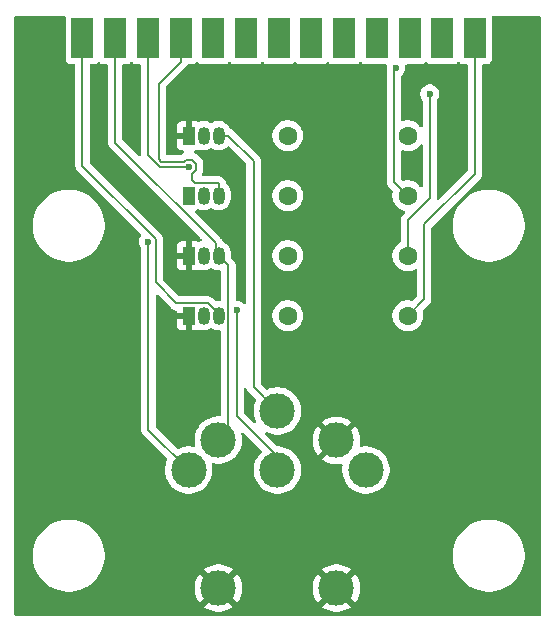
<source format=gtl>
%TF.GenerationSoftware,KiCad,Pcbnew,9.0.5-1.fc42*%
%TF.CreationDate,2025-11-09T17:22:24+08:00*%
%TF.ProjectId,b5s4-XA1541-active,62357334-2d58-4413-9135-34312d616374,1.1*%
%TF.SameCoordinates,Original*%
%TF.FileFunction,Copper,L1,Top*%
%TF.FilePolarity,Positive*%
%FSLAX46Y46*%
G04 Gerber Fmt 4.6, Leading zero omitted, Abs format (unit mm)*
G04 Created by KiCad (PCBNEW 9.0.5-1.fc42) date 2025-11-09 17:22:24*
%MOMM*%
%LPD*%
G01*
G04 APERTURE LIST*
%TA.AperFunction,ComponentPad*%
%ADD10C,1.600000*%
%TD*%
%TA.AperFunction,ComponentPad*%
%ADD11C,3.000000*%
%TD*%
%TA.AperFunction,ComponentPad*%
%ADD12R,1.050000X1.500000*%
%TD*%
%TA.AperFunction,ComponentPad*%
%ADD13O,1.050000X1.500000*%
%TD*%
%TA.AperFunction,SMDPad,CuDef*%
%ADD14R,1.846667X3.480000*%
%TD*%
%TA.AperFunction,ViaPad*%
%ADD15C,0.600000*%
%TD*%
%TA.AperFunction,Conductor*%
%ADD16C,0.200000*%
%TD*%
G04 APERTURE END LIST*
D10*
%TO.P,R1,1*%
%TO.N,Net-(Q1-B)*%
X120137600Y-86360000D03*
%TO.P,R1,2*%
%TO.N,Net-(CN1-Pin_17)*%
X130297600Y-86360000D03*
%TD*%
D11*
%TO.P,CN2,1,Pin_1*%
%TO.N,unconnected-(CN2-Pin_1-Pad1)*%
X126764200Y-114669100D03*
%TO.P,CN2,2,Pin_2*%
%TO.N,GND*%
X124264200Y-124669100D03*
X124264200Y-112169100D03*
X114264200Y-124669100D03*
%TO.P,CN2,3,Pin_3*%
%TO.N,Net-(CN1-Pin_13)*%
X119264200Y-114669100D03*
%TO.P,CN2,4,Pin_4*%
%TO.N,Net-(CN1-Pin_12)*%
X114264200Y-112129100D03*
%TO.P,CN2,5,Pin_5*%
%TO.N,Net-(CN1-Pin_10)*%
X111764200Y-114669100D03*
%TO.P,CN2,6,Pin_6*%
%TO.N,Net-(CN1-Pin_11)*%
X119264200Y-109669100D03*
%TD*%
D10*
%TO.P,R4,1*%
%TO.N,Net-(Q4-B)*%
X120137600Y-101600000D03*
%TO.P,R4,2*%
%TO.N,Net-(CN1-Pin_1)*%
X130297600Y-101600000D03*
%TD*%
D12*
%TO.P,Q2,1,E*%
%TO.N,GND*%
X111760000Y-91440000D03*
D13*
%TO.P,Q2,2,B*%
%TO.N,Net-(Q2-B)*%
X113030000Y-91440000D03*
%TO.P,Q2,3,C*%
%TO.N,Net-(CN1-Pin_10)*%
X114300000Y-91440000D03*
%TD*%
D12*
%TO.P,Q1,1,E*%
%TO.N,GND*%
X111760000Y-86360000D03*
D13*
%TO.P,Q1,2,B*%
%TO.N,Net-(Q1-B)*%
X113030000Y-86360000D03*
%TO.P,Q1,3,C*%
%TO.N,Net-(CN1-Pin_11)*%
X114300000Y-86360000D03*
%TD*%
D14*
%TO.P,CN1,1,Pin_1*%
%TO.N,Net-(CN1-Pin_1)*%
X136000000Y-78077500D03*
%TO.P,CN1,2,Pin_2*%
%TO.N,unconnected-(CN1-Pin_2-Pad2)*%
X133230000Y-78077500D03*
%TO.P,CN1,3,Pin_3*%
%TO.N,unconnected-(CN1-Pin_3-Pad3)*%
X130460000Y-78077500D03*
%TO.P,CN1,4,Pin_4*%
%TO.N,unconnected-(CN1-Pin_4-Pad4)*%
X127690000Y-78077500D03*
%TO.P,CN1,5,Pin_5*%
%TO.N,unconnected-(CN1-Pin_5-Pad5)*%
X124920000Y-78077500D03*
%TO.P,CN1,6,Pin_6*%
%TO.N,unconnected-(CN1-Pin_6-Pad6)*%
X122150000Y-78077500D03*
%TO.P,CN1,7,Pin_7*%
%TO.N,unconnected-(CN1-Pin_7-Pad7)*%
X119380000Y-78077500D03*
%TO.P,CN1,8,Pin_8*%
%TO.N,unconnected-(CN1-Pin_8-Pad8)*%
X116610000Y-78077500D03*
%TO.P,CN1,9,Pin_9*%
%TO.N,unconnected-(CN1-Pin_9-Pad9)*%
X113840000Y-78077500D03*
%TO.P,CN1,10,Pin_10*%
%TO.N,Net-(CN1-Pin_10)*%
X111070000Y-78077500D03*
%TO.P,CN1,11,Pin_11*%
%TO.N,Net-(CN1-Pin_11)*%
X108300000Y-78077500D03*
%TO.P,CN1,12,Pin_12*%
%TO.N,Net-(CN1-Pin_12)*%
X105530000Y-78077500D03*
%TO.P,CN1,13,Pin_13*%
%TO.N,Net-(CN1-Pin_13)*%
X102760000Y-78077500D03*
%TD*%
D10*
%TO.P,R3,1*%
%TO.N,Net-(Q3-B)*%
X120137600Y-96520000D03*
%TO.P,R3,2*%
%TO.N,Net-(CN1-Pin_14)*%
X130297600Y-96520000D03*
%TD*%
D12*
%TO.P,Q4,1,E*%
%TO.N,GND*%
X111760000Y-101600000D03*
D13*
%TO.P,Q4,2,B*%
%TO.N,Net-(Q4-B)*%
X113030000Y-101600000D03*
%TO.P,Q4,3,C*%
%TO.N,Net-(CN1-Pin_13)*%
X114300000Y-101600000D03*
%TD*%
D12*
%TO.P,Q3,1,E*%
%TO.N,GND*%
X111760000Y-96520000D03*
D13*
%TO.P,Q3,2,B*%
%TO.N,Net-(Q3-B)*%
X113030000Y-96520000D03*
%TO.P,Q3,3,C*%
%TO.N,Net-(CN1-Pin_12)*%
X114300000Y-96520000D03*
%TD*%
D10*
%TO.P,R2,1*%
%TO.N,Net-(Q2-B)*%
X120137600Y-91440000D03*
%TO.P,R2,2*%
%TO.N,Net-(CN1-Pin_16)*%
X130297600Y-91440000D03*
%TD*%
D15*
%TO.N,GND*%
X116840000Y-81280000D03*
X101600000Y-106680000D03*
X116369264Y-98080632D03*
X134148257Y-86863513D03*
X130588364Y-88846887D03*
X114300000Y-119380000D03*
X139700000Y-116840000D03*
X101600000Y-101600000D03*
X132080000Y-121920000D03*
X132080000Y-109220000D03*
X119380000Y-121920000D03*
X99060000Y-101600000D03*
X139700000Y-99060000D03*
X124460000Y-104140000D03*
X116369264Y-93268681D03*
X139700000Y-83820000D03*
X116716071Y-108441501D03*
X99060000Y-78740000D03*
X124460000Y-119380000D03*
X106680000Y-121920000D03*
X132080000Y-114300000D03*
X137160000Y-83820000D03*
X101600000Y-86360000D03*
X99060000Y-109220000D03*
X106909781Y-82607445D03*
X137160000Y-88900000D03*
X99060000Y-86360000D03*
%TO.N,Net-(CN1-Pin_10)*%
X108348400Y-95332200D03*
%TO.N,Net-(CN1-Pin_11)*%
X111792500Y-89000300D03*
%TO.N,Net-(CN1-Pin_14)*%
X132174100Y-82830400D03*
%TO.N,Net-(CN1-Pin_16)*%
X129312300Y-80601600D03*
%TO.N,Net-(CN1-Pin_13)*%
X115830500Y-101129200D03*
%TD*%
D16*
%TO.N,Net-(CN1-Pin_12)*%
X114039000Y-95468300D02*
X114039000Y-96259000D01*
X115126700Y-111266600D02*
X115126700Y-97346700D01*
X114264200Y-112129100D02*
X115126700Y-111266600D01*
X105530000Y-86959300D02*
X114039000Y-95468300D01*
X115126700Y-97346700D02*
X114300000Y-96520000D01*
X105530000Y-78077500D02*
X105530000Y-86959300D01*
X114039000Y-96259000D02*
X114300000Y-96520000D01*
%TO.N,Net-(CN1-Pin_10)*%
X112041443Y-90099186D02*
X112041443Y-89601300D01*
X114300000Y-90388300D02*
X112330557Y-90388300D01*
X111543557Y-88399300D02*
X111343557Y-88599300D01*
X112393500Y-89249243D02*
X112393500Y-88751357D01*
X112041443Y-89601300D02*
X112393500Y-89249243D01*
X109220000Y-88366800D02*
X109220000Y-81969200D01*
X109452500Y-88599300D02*
X109220000Y-88366800D01*
X109220000Y-81969200D02*
X111070000Y-80119200D01*
X112041443Y-88399300D02*
X111543557Y-88399300D01*
X111070000Y-80119200D02*
X111070000Y-78077500D01*
X112393500Y-88751357D02*
X112041443Y-88399300D01*
X111343557Y-88599300D02*
X109452500Y-88599300D01*
X112330557Y-90388300D02*
X112041443Y-90099186D01*
X108348400Y-95332200D02*
X108348400Y-111253300D01*
X108348400Y-111253300D02*
X111764200Y-114669100D01*
X114300000Y-91440000D02*
X114300000Y-90388300D01*
%TO.N,Net-(CN1-Pin_11)*%
X109286400Y-89000300D02*
X108300000Y-88013900D01*
X114300000Y-86360000D02*
X115126700Y-86360000D01*
X117249700Y-107654600D02*
X117249700Y-88483000D01*
X108300000Y-88013900D02*
X108300000Y-78077500D01*
X119264200Y-109669100D02*
X117249700Y-107654600D01*
X111792500Y-89000300D02*
X109286400Y-89000300D01*
X117249700Y-88483000D02*
X115126700Y-86360000D01*
%TO.N,Net-(CN1-Pin_14)*%
X132174100Y-82830400D02*
X132174100Y-91670600D01*
X130297600Y-93547100D02*
X130297600Y-96520000D01*
X132174100Y-91670600D02*
X130297600Y-93547100D01*
%TO.N,Net-(CN1-Pin_16)*%
X129138500Y-90280900D02*
X129138500Y-80775400D01*
X129138500Y-80775400D02*
X129312300Y-80601600D01*
X130297600Y-91440000D02*
X129138500Y-90280900D01*
%TO.N,Net-(CN1-Pin_1)*%
X131704700Y-100192900D02*
X131704700Y-93886100D01*
X136000000Y-89590800D02*
X136000000Y-78077500D01*
X130297600Y-101600000D02*
X131704700Y-100192900D01*
X131704700Y-93886100D02*
X136000000Y-89590800D01*
%TO.N,Net-(CN1-Pin_13)*%
X114300000Y-101600000D02*
X114300000Y-101476860D01*
X115830500Y-101129200D02*
X115830500Y-110091600D01*
X115830500Y-110091600D02*
X119264200Y-113525300D01*
X113249000Y-100549000D02*
X113248300Y-100548300D01*
X113248300Y-100548300D02*
X110708300Y-100548300D01*
X114300000Y-101476860D02*
X113372140Y-100549000D01*
X110708300Y-100548300D02*
X108950100Y-98790100D01*
X119264200Y-113525300D02*
X119264200Y-114669100D01*
X102760000Y-88892900D02*
X102760000Y-78077500D01*
X108950100Y-95083000D02*
X102760000Y-88892900D01*
X113372140Y-100549000D02*
X113249000Y-100549000D01*
X108950100Y-98790100D02*
X108950100Y-95083000D01*
%TD*%
%TA.AperFunction,Conductor*%
%TO.N,GND*%
G36*
X101279205Y-76228921D02*
G01*
X101324960Y-76281725D01*
X101336166Y-76333236D01*
X101336166Y-79865370D01*
X101336167Y-79865376D01*
X101342574Y-79924983D01*
X101392868Y-80059828D01*
X101392872Y-80059835D01*
X101479118Y-80175044D01*
X101479121Y-80175047D01*
X101594330Y-80261293D01*
X101594337Y-80261297D01*
X101639284Y-80278061D01*
X101729183Y-80311591D01*
X101788793Y-80318000D01*
X102035501Y-80317999D01*
X102102539Y-80337683D01*
X102148294Y-80390487D01*
X102159500Y-80441999D01*
X102159500Y-88806230D01*
X102159499Y-88806248D01*
X102159499Y-88971954D01*
X102159498Y-88971954D01*
X102200423Y-89124685D01*
X102220164Y-89158877D01*
X102220163Y-89158877D01*
X102220164Y-89158878D01*
X102279475Y-89261609D01*
X102279481Y-89261617D01*
X102398349Y-89380485D01*
X102398355Y-89380490D01*
X107699980Y-94682115D01*
X107733465Y-94743438D01*
X107728481Y-94813130D01*
X107715401Y-94838687D01*
X107639009Y-94953014D01*
X107639002Y-94953027D01*
X107578664Y-95098698D01*
X107578661Y-95098710D01*
X107547900Y-95253353D01*
X107547900Y-95411046D01*
X107578661Y-95565689D01*
X107578664Y-95565701D01*
X107639002Y-95711372D01*
X107639009Y-95711385D01*
X107704349Y-95809172D01*
X107723869Y-95838386D01*
X107727002Y-95843074D01*
X107747880Y-95909751D01*
X107747900Y-95911965D01*
X107747900Y-111166630D01*
X107747899Y-111166648D01*
X107747899Y-111332354D01*
X107747898Y-111332354D01*
X107757744Y-111369100D01*
X107788823Y-111485085D01*
X107796500Y-111498382D01*
X107796501Y-111498385D01*
X107796502Y-111498385D01*
X107867877Y-111622012D01*
X107867881Y-111622017D01*
X107986749Y-111740885D01*
X107986755Y-111740890D01*
X109925761Y-113679897D01*
X109959246Y-113741220D01*
X109954262Y-113810912D01*
X109952641Y-113815030D01*
X109865807Y-114024665D01*
X109865802Y-114024681D01*
X109799033Y-114273870D01*
X109797930Y-114277985D01*
X109763700Y-114537972D01*
X109763700Y-114800227D01*
X109790323Y-115002439D01*
X109797930Y-115060216D01*
X109865802Y-115313518D01*
X109865805Y-115313528D01*
X109966153Y-115555790D01*
X109966158Y-115555800D01*
X110097275Y-115782903D01*
X110256918Y-115990951D01*
X110256926Y-115990960D01*
X110442340Y-116176374D01*
X110442348Y-116176381D01*
X110650396Y-116336024D01*
X110877499Y-116467141D01*
X110877509Y-116467146D01*
X111119771Y-116567494D01*
X111119781Y-116567498D01*
X111373084Y-116635370D01*
X111633080Y-116669600D01*
X111633087Y-116669600D01*
X111895313Y-116669600D01*
X111895320Y-116669600D01*
X112155316Y-116635370D01*
X112408619Y-116567498D01*
X112650897Y-116467143D01*
X112878003Y-116336024D01*
X113086051Y-116176382D01*
X113086055Y-116176377D01*
X113086060Y-116176374D01*
X113271474Y-115990960D01*
X113271477Y-115990955D01*
X113271482Y-115990951D01*
X113431124Y-115782903D01*
X113562243Y-115555797D01*
X113662598Y-115313519D01*
X113730470Y-115060216D01*
X113764700Y-114800220D01*
X113764700Y-114537980D01*
X113730470Y-114277984D01*
X113722310Y-114247530D01*
X113723971Y-114177682D01*
X113763133Y-114119819D01*
X113827361Y-114092314D01*
X113868960Y-114095292D01*
X113869103Y-114094578D01*
X113873075Y-114095367D01*
X113873084Y-114095370D01*
X114133080Y-114129600D01*
X114133087Y-114129600D01*
X114395313Y-114129600D01*
X114395320Y-114129600D01*
X114655316Y-114095370D01*
X114908619Y-114027498D01*
X115150897Y-113927143D01*
X115378003Y-113796024D01*
X115586051Y-113636382D01*
X115586055Y-113636377D01*
X115586060Y-113636374D01*
X115771474Y-113450960D01*
X115771477Y-113450955D01*
X115771482Y-113450951D01*
X115931124Y-113242903D01*
X116062243Y-113015797D01*
X116067886Y-113002175D01*
X116127795Y-112857541D01*
X116162598Y-112773519D01*
X116230470Y-112520216D01*
X116264700Y-112260220D01*
X116264700Y-111997980D01*
X116230470Y-111737984D01*
X116204866Y-111642428D01*
X116206529Y-111572582D01*
X116245691Y-111514719D01*
X116309920Y-111487215D01*
X116378822Y-111498801D01*
X116412322Y-111522657D01*
X117909234Y-113019569D01*
X117942719Y-113080892D01*
X117937735Y-113150584D01*
X117909235Y-113194931D01*
X117756918Y-113347248D01*
X117597275Y-113555296D01*
X117466158Y-113782399D01*
X117466153Y-113782409D01*
X117365805Y-114024671D01*
X117365802Y-114024681D01*
X117299033Y-114273870D01*
X117297930Y-114277985D01*
X117263700Y-114537972D01*
X117263700Y-114800227D01*
X117290323Y-115002439D01*
X117297930Y-115060216D01*
X117365802Y-115313518D01*
X117365805Y-115313528D01*
X117466153Y-115555790D01*
X117466158Y-115555800D01*
X117597275Y-115782903D01*
X117756918Y-115990951D01*
X117756926Y-115990960D01*
X117942340Y-116176374D01*
X117942348Y-116176381D01*
X118150396Y-116336024D01*
X118377499Y-116467141D01*
X118377509Y-116467146D01*
X118619771Y-116567494D01*
X118619781Y-116567498D01*
X118873084Y-116635370D01*
X119133080Y-116669600D01*
X119133087Y-116669600D01*
X119395313Y-116669600D01*
X119395320Y-116669600D01*
X119655316Y-116635370D01*
X119908619Y-116567498D01*
X120150897Y-116467143D01*
X120378003Y-116336024D01*
X120586051Y-116176382D01*
X120586055Y-116176377D01*
X120586060Y-116176374D01*
X120771474Y-115990960D01*
X120771477Y-115990955D01*
X120771482Y-115990951D01*
X120931124Y-115782903D01*
X121062243Y-115555797D01*
X121162598Y-115313519D01*
X121230470Y-115060216D01*
X121264700Y-114800220D01*
X121264700Y-114537980D01*
X121230470Y-114277984D01*
X121162598Y-114024681D01*
X121162594Y-114024671D01*
X121062246Y-113782409D01*
X121062245Y-113782408D01*
X121062243Y-113782403D01*
X120977934Y-113636374D01*
X120931124Y-113555296D01*
X120771481Y-113347248D01*
X120771474Y-113347240D01*
X120586060Y-113161826D01*
X120586051Y-113161818D01*
X120378003Y-113002175D01*
X120150900Y-112871058D01*
X120150890Y-112871053D01*
X119908628Y-112770705D01*
X119908621Y-112770703D01*
X119908619Y-112770702D01*
X119655316Y-112702830D01*
X119597539Y-112695223D01*
X119395327Y-112668600D01*
X119395320Y-112668600D01*
X119308097Y-112668600D01*
X119241058Y-112648915D01*
X119220416Y-112632281D01*
X118626140Y-112038005D01*
X122264200Y-112038005D01*
X122264200Y-112300194D01*
X122298420Y-112560109D01*
X122298422Y-112560120D01*
X122366275Y-112813355D01*
X122466604Y-113055571D01*
X122466609Y-113055582D01*
X122597688Y-113282616D01*
X122597694Y-113282624D01*
X122684280Y-113395465D01*
X123548352Y-112531392D01*
X123555249Y-112548042D01*
X123642799Y-112679070D01*
X123754230Y-112790501D01*
X123885258Y-112878051D01*
X123901905Y-112884946D01*
X123037833Y-113749017D01*
X123037833Y-113749018D01*
X123150675Y-113835605D01*
X123150683Y-113835611D01*
X123377717Y-113966690D01*
X123377728Y-113966695D01*
X123619944Y-114067024D01*
X123873179Y-114134877D01*
X123873190Y-114134879D01*
X124133105Y-114169099D01*
X124133120Y-114169100D01*
X124395280Y-114169100D01*
X124395294Y-114169099D01*
X124659242Y-114134349D01*
X124659519Y-114136460D01*
X124720567Y-114141679D01*
X124775914Y-114184322D01*
X124799420Y-114250119D01*
X124797782Y-114273870D01*
X124798460Y-114273960D01*
X124763700Y-114537972D01*
X124763700Y-114800227D01*
X124790323Y-115002439D01*
X124797930Y-115060216D01*
X124865802Y-115313518D01*
X124865805Y-115313528D01*
X124966153Y-115555790D01*
X124966158Y-115555800D01*
X125097275Y-115782903D01*
X125256918Y-115990951D01*
X125256926Y-115990960D01*
X125442340Y-116176374D01*
X125442348Y-116176381D01*
X125650396Y-116336024D01*
X125877499Y-116467141D01*
X125877509Y-116467146D01*
X126119771Y-116567494D01*
X126119781Y-116567498D01*
X126373084Y-116635370D01*
X126633080Y-116669600D01*
X126633087Y-116669600D01*
X126895313Y-116669600D01*
X126895320Y-116669600D01*
X127155316Y-116635370D01*
X127408619Y-116567498D01*
X127650897Y-116467143D01*
X127878003Y-116336024D01*
X128086051Y-116176382D01*
X128086055Y-116176377D01*
X128086060Y-116176374D01*
X128271474Y-115990960D01*
X128271477Y-115990955D01*
X128271482Y-115990951D01*
X128431124Y-115782903D01*
X128562243Y-115555797D01*
X128662598Y-115313519D01*
X128730470Y-115060216D01*
X128764700Y-114800220D01*
X128764700Y-114537980D01*
X128730470Y-114277984D01*
X128662598Y-114024681D01*
X128662594Y-114024671D01*
X128562246Y-113782409D01*
X128562241Y-113782399D01*
X128431124Y-113555296D01*
X128271481Y-113347248D01*
X128271474Y-113347240D01*
X128086060Y-113161826D01*
X128086051Y-113161818D01*
X127878003Y-113002175D01*
X127650900Y-112871058D01*
X127650890Y-112871053D01*
X127408628Y-112770705D01*
X127408621Y-112770703D01*
X127408619Y-112770702D01*
X127155316Y-112702830D01*
X127097539Y-112695223D01*
X126895327Y-112668600D01*
X126895320Y-112668600D01*
X126633080Y-112668600D01*
X126633072Y-112668600D01*
X126426002Y-112695863D01*
X126373084Y-112702830D01*
X126373082Y-112702830D01*
X126369060Y-112703360D01*
X126368812Y-112701482D01*
X126306815Y-112695863D01*
X126251687Y-112652936D01*
X126228518Y-112587020D01*
X126230206Y-112564241D01*
X126229449Y-112564142D01*
X126264199Y-112300194D01*
X126264200Y-112300180D01*
X126264200Y-112038019D01*
X126264199Y-112038005D01*
X126229979Y-111778090D01*
X126229977Y-111778079D01*
X126162124Y-111524844D01*
X126061795Y-111282628D01*
X126061790Y-111282617D01*
X125930711Y-111055583D01*
X125930705Y-111055575D01*
X125844118Y-110942733D01*
X125844117Y-110942733D01*
X124980046Y-111806805D01*
X124973151Y-111790158D01*
X124885601Y-111659130D01*
X124774170Y-111547699D01*
X124643142Y-111460149D01*
X124626492Y-111453252D01*
X125490565Y-110589180D01*
X125377724Y-110502594D01*
X125377716Y-110502588D01*
X125150682Y-110371509D01*
X125150671Y-110371504D01*
X124908455Y-110271175D01*
X124655220Y-110203322D01*
X124655209Y-110203320D01*
X124395294Y-110169100D01*
X124133105Y-110169100D01*
X123873190Y-110203320D01*
X123873179Y-110203322D01*
X123619944Y-110271175D01*
X123377728Y-110371504D01*
X123377717Y-110371509D01*
X123150671Y-110502596D01*
X123037833Y-110589179D01*
X123037833Y-110589180D01*
X123901906Y-111453253D01*
X123885258Y-111460149D01*
X123754230Y-111547699D01*
X123642799Y-111659130D01*
X123555249Y-111790158D01*
X123548353Y-111806806D01*
X122684280Y-110942733D01*
X122684279Y-110942733D01*
X122597696Y-111055571D01*
X122466609Y-111282617D01*
X122466604Y-111282628D01*
X122366275Y-111524844D01*
X122298422Y-111778079D01*
X122298420Y-111778090D01*
X122264200Y-112038005D01*
X118626140Y-112038005D01*
X118268233Y-111680098D01*
X118234748Y-111618775D01*
X118239732Y-111549083D01*
X118281604Y-111493150D01*
X118347068Y-111468733D01*
X118403366Y-111477855D01*
X118619781Y-111567498D01*
X118873084Y-111635370D01*
X119133080Y-111669600D01*
X119133087Y-111669600D01*
X119395313Y-111669600D01*
X119395320Y-111669600D01*
X119655316Y-111635370D01*
X119908619Y-111567498D01*
X120125034Y-111477856D01*
X120150890Y-111467146D01*
X120150891Y-111467145D01*
X120150897Y-111467143D01*
X120378003Y-111336024D01*
X120586051Y-111176382D01*
X120586055Y-111176377D01*
X120586060Y-111176374D01*
X120771474Y-110990960D01*
X120771477Y-110990955D01*
X120771482Y-110990951D01*
X120931124Y-110782903D01*
X121037068Y-110599402D01*
X121051079Y-110575134D01*
X121051079Y-110575133D01*
X121051080Y-110575132D01*
X121062239Y-110555804D01*
X121062246Y-110555790D01*
X121155333Y-110331058D01*
X121162598Y-110313519D01*
X121230470Y-110060216D01*
X121264700Y-109800220D01*
X121264700Y-109537980D01*
X121230470Y-109277984D01*
X121162598Y-109024681D01*
X121162594Y-109024671D01*
X121062246Y-108782409D01*
X121062241Y-108782399D01*
X120931124Y-108555296D01*
X120771481Y-108347248D01*
X120771474Y-108347240D01*
X120586060Y-108161826D01*
X120586051Y-108161818D01*
X120378003Y-108002175D01*
X120150900Y-107871058D01*
X120150890Y-107871053D01*
X119908628Y-107770705D01*
X119908621Y-107770703D01*
X119908619Y-107770702D01*
X119655316Y-107702830D01*
X119597539Y-107695223D01*
X119395327Y-107668600D01*
X119395320Y-107668600D01*
X119133080Y-107668600D01*
X119133072Y-107668600D01*
X118901972Y-107699026D01*
X118873084Y-107702830D01*
X118662969Y-107759130D01*
X118619781Y-107770702D01*
X118619765Y-107770707D01*
X118410129Y-107857541D01*
X118340660Y-107865010D01*
X118278181Y-107833735D01*
X118274996Y-107830661D01*
X117886519Y-107442184D01*
X117853034Y-107380861D01*
X117850200Y-107354503D01*
X117850200Y-101497648D01*
X118837100Y-101497648D01*
X118837100Y-101702351D01*
X118869122Y-101904534D01*
X118932381Y-102099223D01*
X119025315Y-102281613D01*
X119145628Y-102447213D01*
X119290386Y-102591971D01*
X119408386Y-102677701D01*
X119455990Y-102712287D01*
X119572207Y-102771503D01*
X119638376Y-102805218D01*
X119638378Y-102805218D01*
X119638381Y-102805220D01*
X119701092Y-102825596D01*
X119833065Y-102868477D01*
X119934157Y-102884488D01*
X120035248Y-102900500D01*
X120035249Y-102900500D01*
X120239951Y-102900500D01*
X120239952Y-102900500D01*
X120442134Y-102868477D01*
X120636819Y-102805220D01*
X120819210Y-102712287D01*
X120944089Y-102621558D01*
X120984813Y-102591971D01*
X120984815Y-102591968D01*
X120984819Y-102591966D01*
X121129566Y-102447219D01*
X121129568Y-102447215D01*
X121129571Y-102447213D01*
X121228711Y-102310756D01*
X121249887Y-102281610D01*
X121342820Y-102099219D01*
X121406077Y-101904534D01*
X121438100Y-101702352D01*
X121438100Y-101497648D01*
X121416726Y-101362697D01*
X121406077Y-101295465D01*
X121367518Y-101176795D01*
X121342820Y-101100781D01*
X121342818Y-101100778D01*
X121342818Y-101100776D01*
X121306154Y-101028820D01*
X121249887Y-100918390D01*
X121233404Y-100895703D01*
X121129571Y-100752786D01*
X120984813Y-100608028D01*
X120819213Y-100487715D01*
X120819212Y-100487714D01*
X120819210Y-100487713D01*
X120762253Y-100458691D01*
X120636823Y-100394781D01*
X120442134Y-100331522D01*
X120267595Y-100303878D01*
X120239952Y-100299500D01*
X120035248Y-100299500D01*
X120010929Y-100303351D01*
X119833065Y-100331522D01*
X119638376Y-100394781D01*
X119455986Y-100487715D01*
X119290386Y-100608028D01*
X119145628Y-100752786D01*
X119025315Y-100918386D01*
X118932381Y-101100776D01*
X118869122Y-101295465D01*
X118837100Y-101497648D01*
X117850200Y-101497648D01*
X117850200Y-96417648D01*
X118837100Y-96417648D01*
X118837100Y-96622351D01*
X118869122Y-96824534D01*
X118932381Y-97019223D01*
X119025315Y-97201613D01*
X119145628Y-97367213D01*
X119290386Y-97511971D01*
X119408386Y-97597701D01*
X119455990Y-97632287D01*
X119572207Y-97691503D01*
X119638376Y-97725218D01*
X119638378Y-97725218D01*
X119638381Y-97725220D01*
X119701092Y-97745596D01*
X119833065Y-97788477D01*
X119934157Y-97804488D01*
X120035248Y-97820500D01*
X120035249Y-97820500D01*
X120239951Y-97820500D01*
X120239952Y-97820500D01*
X120442134Y-97788477D01*
X120636819Y-97725220D01*
X120819210Y-97632287D01*
X120944089Y-97541558D01*
X120984813Y-97511971D01*
X120984815Y-97511968D01*
X120984819Y-97511966D01*
X121129566Y-97367219D01*
X121129568Y-97367215D01*
X121129571Y-97367213D01*
X121201910Y-97267645D01*
X121249887Y-97201610D01*
X121342820Y-97019219D01*
X121406077Y-96824534D01*
X121438100Y-96622352D01*
X121438100Y-96417648D01*
X121417842Y-96289745D01*
X121406077Y-96215465D01*
X121342818Y-96020776D01*
X121286247Y-95909751D01*
X121249887Y-95838390D01*
X121228714Y-95809247D01*
X121129571Y-95672786D01*
X120984813Y-95528028D01*
X120819213Y-95407715D01*
X120819212Y-95407714D01*
X120819210Y-95407713D01*
X120762253Y-95378691D01*
X120636823Y-95314781D01*
X120442134Y-95251522D01*
X120267595Y-95223878D01*
X120239952Y-95219500D01*
X120035248Y-95219500D01*
X120010929Y-95223351D01*
X119833065Y-95251522D01*
X119638376Y-95314781D01*
X119455986Y-95407715D01*
X119290386Y-95528028D01*
X119145628Y-95672786D01*
X119025315Y-95838386D01*
X118932381Y-96020776D01*
X118869122Y-96215465D01*
X118837100Y-96417648D01*
X117850200Y-96417648D01*
X117850200Y-91337648D01*
X118837100Y-91337648D01*
X118837100Y-91542351D01*
X118869122Y-91744534D01*
X118932381Y-91939223D01*
X119025315Y-92121613D01*
X119145628Y-92287213D01*
X119290386Y-92431971D01*
X119408386Y-92517701D01*
X119455990Y-92552287D01*
X119570755Y-92610763D01*
X119638376Y-92645218D01*
X119638378Y-92645218D01*
X119638381Y-92645220D01*
X119742737Y-92679127D01*
X119833065Y-92708477D01*
X119934157Y-92724488D01*
X120035248Y-92740500D01*
X120035249Y-92740500D01*
X120239951Y-92740500D01*
X120239952Y-92740500D01*
X120442134Y-92708477D01*
X120636819Y-92645220D01*
X120819210Y-92552287D01*
X120944089Y-92461558D01*
X120984813Y-92431971D01*
X120984815Y-92431968D01*
X120984819Y-92431966D01*
X121129566Y-92287219D01*
X121129568Y-92287215D01*
X121129571Y-92287213D01*
X121182332Y-92214590D01*
X121249887Y-92121610D01*
X121342820Y-91939219D01*
X121406077Y-91744534D01*
X121438100Y-91542352D01*
X121438100Y-91337648D01*
X121406077Y-91135466D01*
X121399101Y-91113997D01*
X121342818Y-90940776D01*
X121306154Y-90868820D01*
X121249887Y-90758390D01*
X121228714Y-90729247D01*
X121129571Y-90592786D01*
X120984813Y-90448028D01*
X120819213Y-90327715D01*
X120819212Y-90327714D01*
X120819210Y-90327713D01*
X120762253Y-90298691D01*
X120636823Y-90234781D01*
X120442134Y-90171522D01*
X120267595Y-90143878D01*
X120239952Y-90139500D01*
X120035248Y-90139500D01*
X120010929Y-90143351D01*
X119833065Y-90171522D01*
X119638376Y-90234781D01*
X119455986Y-90327715D01*
X119290386Y-90448028D01*
X119145628Y-90592786D01*
X119025315Y-90758386D01*
X118932381Y-90940776D01*
X118869122Y-91135465D01*
X118837100Y-91337648D01*
X117850200Y-91337648D01*
X117850200Y-88403943D01*
X117844485Y-88382616D01*
X117831277Y-88333323D01*
X117809277Y-88251216D01*
X117809275Y-88251212D01*
X117809274Y-88251209D01*
X117730224Y-88114290D01*
X117730221Y-88114286D01*
X117730220Y-88114284D01*
X117618416Y-88002480D01*
X117618415Y-88002479D01*
X117614085Y-87998149D01*
X117614074Y-87998139D01*
X115873583Y-86257648D01*
X118837100Y-86257648D01*
X118837100Y-86462351D01*
X118869122Y-86664534D01*
X118932381Y-86859223D01*
X119025315Y-87041613D01*
X119145628Y-87207213D01*
X119290386Y-87351971D01*
X119445349Y-87464556D01*
X119455990Y-87472287D01*
X119572207Y-87531503D01*
X119638376Y-87565218D01*
X119638378Y-87565218D01*
X119638381Y-87565220D01*
X119726523Y-87593859D01*
X119833065Y-87628477D01*
X119934157Y-87644488D01*
X120035248Y-87660500D01*
X120035249Y-87660500D01*
X120239951Y-87660500D01*
X120239952Y-87660500D01*
X120442134Y-87628477D01*
X120636819Y-87565220D01*
X120819210Y-87472287D01*
X120944093Y-87381555D01*
X120984813Y-87351971D01*
X120984815Y-87351968D01*
X120984819Y-87351966D01*
X121129566Y-87207219D01*
X121129568Y-87207215D01*
X121129571Y-87207213D01*
X121200935Y-87108987D01*
X121249887Y-87041610D01*
X121342820Y-86859219D01*
X121406077Y-86664534D01*
X121438100Y-86462352D01*
X121438100Y-86257648D01*
X121417842Y-86129745D01*
X121406077Y-86055465D01*
X121348896Y-85879481D01*
X121342820Y-85860781D01*
X121342818Y-85860778D01*
X121342818Y-85860776D01*
X121298693Y-85774177D01*
X121249887Y-85678390D01*
X121242156Y-85667749D01*
X121129571Y-85512786D01*
X120984813Y-85368028D01*
X120819213Y-85247715D01*
X120819212Y-85247714D01*
X120819210Y-85247713D01*
X120762253Y-85218691D01*
X120636823Y-85154781D01*
X120442134Y-85091522D01*
X120267595Y-85063878D01*
X120239952Y-85059500D01*
X120035248Y-85059500D01*
X120010929Y-85063351D01*
X119833065Y-85091522D01*
X119638376Y-85154781D01*
X119455986Y-85247715D01*
X119290386Y-85368028D01*
X119145628Y-85512786D01*
X119025315Y-85678386D01*
X118932381Y-85860776D01*
X118869122Y-86055465D01*
X118837100Y-86257648D01*
X115873583Y-86257648D01*
X115614290Y-85998355D01*
X115614288Y-85998352D01*
X115495417Y-85879481D01*
X115495416Y-85879480D01*
X115463019Y-85860776D01*
X115414686Y-85832871D01*
X115414683Y-85832869D01*
X115408604Y-85829360D01*
X115358485Y-85800423D01*
X115310684Y-85787614D01*
X115302217Y-85783930D01*
X115282207Y-85767211D01*
X115259940Y-85753638D01*
X115253149Y-85742932D01*
X115248600Y-85739131D01*
X115246513Y-85732469D01*
X115237134Y-85717682D01*
X115208785Y-85649241D01*
X115096561Y-85481286D01*
X115096555Y-85481278D01*
X114953718Y-85338441D01*
X114785762Y-85226217D01*
X114785752Y-85226212D01*
X114599127Y-85148909D01*
X114599119Y-85148907D01*
X114401007Y-85109500D01*
X114401003Y-85109500D01*
X114198997Y-85109500D01*
X114198992Y-85109500D01*
X114000880Y-85148907D01*
X114000872Y-85148909D01*
X113814244Y-85226213D01*
X113733891Y-85279904D01*
X113667213Y-85300782D01*
X113599833Y-85282297D01*
X113596109Y-85279904D01*
X113515755Y-85226213D01*
X113329127Y-85148909D01*
X113329119Y-85148907D01*
X113131007Y-85109500D01*
X113131003Y-85109500D01*
X112928997Y-85109500D01*
X112928992Y-85109500D01*
X112730880Y-85148907D01*
X112730868Y-85148910D01*
X112649661Y-85182547D01*
X112580191Y-85190016D01*
X112535140Y-85170405D01*
X112534872Y-85170897D01*
X112529374Y-85167894D01*
X112527895Y-85167251D01*
X112527086Y-85166645D01*
X112392379Y-85116403D01*
X112392372Y-85116401D01*
X112332844Y-85110000D01*
X112010000Y-85110000D01*
X112010000Y-85994134D01*
X112009968Y-85996953D01*
X112009722Y-86007740D01*
X112004500Y-86033997D01*
X112004500Y-86074170D01*
X111990255Y-86059925D01*
X111904745Y-86010556D01*
X111809370Y-85985000D01*
X111710630Y-85985000D01*
X111615255Y-86010556D01*
X111529745Y-86059925D01*
X111510000Y-86079670D01*
X111510000Y-85110000D01*
X111187155Y-85110000D01*
X111127627Y-85116401D01*
X111127620Y-85116403D01*
X110992913Y-85166645D01*
X110992906Y-85166649D01*
X110877812Y-85252809D01*
X110877809Y-85252812D01*
X110791649Y-85367906D01*
X110791645Y-85367913D01*
X110741403Y-85502620D01*
X110741401Y-85502627D01*
X110735000Y-85562155D01*
X110735000Y-86110000D01*
X111479670Y-86110000D01*
X111459925Y-86129745D01*
X111410556Y-86215255D01*
X111385000Y-86310630D01*
X111385000Y-86409370D01*
X111410556Y-86504745D01*
X111459925Y-86590255D01*
X111479670Y-86610000D01*
X110735000Y-86610000D01*
X110735000Y-87157844D01*
X110741401Y-87217372D01*
X110741403Y-87217379D01*
X110791645Y-87352086D01*
X110791649Y-87352093D01*
X110877809Y-87467187D01*
X110877812Y-87467190D01*
X110992906Y-87553350D01*
X110992913Y-87553354D01*
X111127620Y-87603596D01*
X111127627Y-87603598D01*
X111187155Y-87609999D01*
X111187172Y-87610000D01*
X111246891Y-87610000D01*
X111278457Y-87619269D01*
X111310322Y-87627452D01*
X111311819Y-87629065D01*
X111313930Y-87629685D01*
X111335459Y-87654531D01*
X111357857Y-87678659D01*
X111358244Y-87680826D01*
X111359685Y-87682489D01*
X111364365Y-87715041D01*
X111370161Y-87747437D01*
X111369315Y-87749468D01*
X111369629Y-87751647D01*
X111355959Y-87781579D01*
X111343327Y-87811949D01*
X111341297Y-87813683D01*
X111340604Y-87815203D01*
X111317460Y-87835961D01*
X111312183Y-87839613D01*
X111311773Y-87839723D01*
X111174841Y-87918780D01*
X111123226Y-87970394D01*
X111114028Y-87976761D01*
X111091054Y-87984369D01*
X111069817Y-87995966D01*
X111049415Y-87998159D01*
X111047702Y-87998727D01*
X111046650Y-87998456D01*
X111043459Y-87998800D01*
X109944500Y-87998800D01*
X109877461Y-87979115D01*
X109831706Y-87926311D01*
X109820500Y-87874800D01*
X109820500Y-82269296D01*
X109840185Y-82202257D01*
X109856814Y-82181620D01*
X111438713Y-80599721D01*
X111438716Y-80599720D01*
X111550520Y-80487916D01*
X111600639Y-80401104D01*
X111612831Y-80379987D01*
X111663403Y-80331778D01*
X111720212Y-80317999D01*
X112041205Y-80317999D01*
X112041206Y-80317999D01*
X112100817Y-80311591D01*
X112235665Y-80261296D01*
X112350880Y-80175046D01*
X112355733Y-80168562D01*
X112411666Y-80126691D01*
X112481357Y-80121707D01*
X112542681Y-80155191D01*
X112554267Y-80168563D01*
X112559120Y-80175046D01*
X112559121Y-80175047D01*
X112674330Y-80261293D01*
X112674337Y-80261297D01*
X112809183Y-80311591D01*
X112809182Y-80311591D01*
X112816110Y-80312335D01*
X112868793Y-80318000D01*
X114811206Y-80317999D01*
X114870817Y-80311591D01*
X115005665Y-80261296D01*
X115120880Y-80175046D01*
X115125733Y-80168562D01*
X115181666Y-80126691D01*
X115251357Y-80121707D01*
X115312681Y-80155191D01*
X115324267Y-80168563D01*
X115329120Y-80175046D01*
X115329121Y-80175047D01*
X115444330Y-80261293D01*
X115444337Y-80261297D01*
X115579183Y-80311591D01*
X115579182Y-80311591D01*
X115586110Y-80312335D01*
X115638793Y-80318000D01*
X117581206Y-80317999D01*
X117640817Y-80311591D01*
X117775665Y-80261296D01*
X117890880Y-80175046D01*
X117895733Y-80168562D01*
X117951666Y-80126691D01*
X118021357Y-80121707D01*
X118082681Y-80155191D01*
X118094267Y-80168563D01*
X118099120Y-80175046D01*
X118099121Y-80175047D01*
X118214330Y-80261293D01*
X118214337Y-80261297D01*
X118349183Y-80311591D01*
X118349182Y-80311591D01*
X118356110Y-80312335D01*
X118408793Y-80318000D01*
X120351206Y-80317999D01*
X120410817Y-80311591D01*
X120545665Y-80261296D01*
X120660880Y-80175046D01*
X120665733Y-80168562D01*
X120721666Y-80126691D01*
X120791357Y-80121707D01*
X120852681Y-80155191D01*
X120864267Y-80168563D01*
X120869120Y-80175046D01*
X120869121Y-80175047D01*
X120984330Y-80261293D01*
X120984337Y-80261297D01*
X121119183Y-80311591D01*
X121119182Y-80311591D01*
X121126110Y-80312335D01*
X121178793Y-80318000D01*
X123121206Y-80317999D01*
X123180817Y-80311591D01*
X123315665Y-80261296D01*
X123430880Y-80175046D01*
X123435733Y-80168562D01*
X123491666Y-80126691D01*
X123561357Y-80121707D01*
X123622681Y-80155191D01*
X123634267Y-80168563D01*
X123639120Y-80175046D01*
X123639121Y-80175047D01*
X123754330Y-80261293D01*
X123754337Y-80261297D01*
X123889183Y-80311591D01*
X123889182Y-80311591D01*
X123896110Y-80312335D01*
X123948793Y-80318000D01*
X125891206Y-80317999D01*
X125950817Y-80311591D01*
X126085665Y-80261296D01*
X126200880Y-80175046D01*
X126205733Y-80168562D01*
X126261666Y-80126691D01*
X126331357Y-80121707D01*
X126392681Y-80155191D01*
X126404267Y-80168563D01*
X126409120Y-80175046D01*
X126409121Y-80175047D01*
X126524330Y-80261293D01*
X126524337Y-80261297D01*
X126659183Y-80311591D01*
X126659182Y-80311591D01*
X126666110Y-80312335D01*
X126718793Y-80318000D01*
X128401434Y-80317999D01*
X128468473Y-80337684D01*
X128514228Y-80390487D01*
X128524172Y-80459646D01*
X128523052Y-80466189D01*
X128511801Y-80522755D01*
X128511800Y-80522758D01*
X128511800Y-80680442D01*
X128511800Y-80680444D01*
X128511799Y-80680444D01*
X128535616Y-80800171D01*
X128537999Y-80824360D01*
X128537999Y-80854457D01*
X128537999Y-80854459D01*
X128538000Y-80864453D01*
X128538000Y-90194230D01*
X128537999Y-90194248D01*
X128537999Y-90359954D01*
X128537998Y-90359954D01*
X128561599Y-90448034D01*
X128578923Y-90512685D01*
X128594405Y-90539500D01*
X128657979Y-90649614D01*
X128657981Y-90649617D01*
X128776849Y-90768485D01*
X128776855Y-90768490D01*
X129003522Y-90995157D01*
X129037007Y-91056480D01*
X129033773Y-91121155D01*
X129029122Y-91135468D01*
X128997100Y-91337648D01*
X128997100Y-91542351D01*
X129029122Y-91744534D01*
X129092381Y-91939223D01*
X129185315Y-92121613D01*
X129305628Y-92287213D01*
X129450386Y-92431971D01*
X129568386Y-92517701D01*
X129615990Y-92552287D01*
X129730755Y-92610763D01*
X129798376Y-92645218D01*
X129798378Y-92645218D01*
X129798381Y-92645220D01*
X129993066Y-92708477D01*
X130006433Y-92710594D01*
X130069566Y-92740522D01*
X130106498Y-92799833D01*
X130105502Y-92869695D01*
X130074716Y-92920748D01*
X129817081Y-93178382D01*
X129817079Y-93178385D01*
X129766961Y-93265194D01*
X129766959Y-93265196D01*
X129738025Y-93315309D01*
X129738024Y-93315310D01*
X129738023Y-93315315D01*
X129697099Y-93468043D01*
X129697099Y-93468045D01*
X129697099Y-93636146D01*
X129697100Y-93636159D01*
X129697100Y-95290397D01*
X129677415Y-95357436D01*
X129629400Y-95400879D01*
X129615989Y-95407712D01*
X129450386Y-95528028D01*
X129305628Y-95672786D01*
X129185315Y-95838386D01*
X129092381Y-96020776D01*
X129029122Y-96215465D01*
X128997100Y-96417648D01*
X128997100Y-96622351D01*
X129029122Y-96824534D01*
X129092381Y-97019223D01*
X129185315Y-97201613D01*
X129305628Y-97367213D01*
X129450386Y-97511971D01*
X129568386Y-97597701D01*
X129615990Y-97632287D01*
X129732207Y-97691503D01*
X129798376Y-97725218D01*
X129798378Y-97725218D01*
X129798381Y-97725220D01*
X129861092Y-97745596D01*
X129993065Y-97788477D01*
X130094157Y-97804488D01*
X130195248Y-97820500D01*
X130195249Y-97820500D01*
X130399951Y-97820500D01*
X130399952Y-97820500D01*
X130602134Y-97788477D01*
X130796819Y-97725220D01*
X130923906Y-97660465D01*
X130992574Y-97647570D01*
X131057314Y-97673846D01*
X131097572Y-97730952D01*
X131104200Y-97770951D01*
X131104200Y-99892802D01*
X131084515Y-99959841D01*
X131067881Y-99980483D01*
X130742442Y-100305922D01*
X130681119Y-100339407D01*
X130616443Y-100336172D01*
X130602134Y-100331523D01*
X130602128Y-100331522D01*
X130399952Y-100299500D01*
X130195248Y-100299500D01*
X130170929Y-100303351D01*
X129993065Y-100331522D01*
X129798376Y-100394781D01*
X129615986Y-100487715D01*
X129450386Y-100608028D01*
X129305628Y-100752786D01*
X129185315Y-100918386D01*
X129092381Y-101100776D01*
X129029122Y-101295465D01*
X128997100Y-101497648D01*
X128997100Y-101702351D01*
X129029122Y-101904534D01*
X129092381Y-102099223D01*
X129185315Y-102281613D01*
X129305628Y-102447213D01*
X129450386Y-102591971D01*
X129568386Y-102677701D01*
X129615990Y-102712287D01*
X129732207Y-102771503D01*
X129798376Y-102805218D01*
X129798378Y-102805218D01*
X129798381Y-102805220D01*
X129861092Y-102825596D01*
X129993065Y-102868477D01*
X130094157Y-102884488D01*
X130195248Y-102900500D01*
X130195249Y-102900500D01*
X130399951Y-102900500D01*
X130399952Y-102900500D01*
X130602134Y-102868477D01*
X130796819Y-102805220D01*
X130979210Y-102712287D01*
X131104089Y-102621558D01*
X131144813Y-102591971D01*
X131144815Y-102591968D01*
X131144819Y-102591966D01*
X131289566Y-102447219D01*
X131289568Y-102447215D01*
X131289571Y-102447213D01*
X131388711Y-102310756D01*
X131409887Y-102281610D01*
X131502820Y-102099219D01*
X131566077Y-101904534D01*
X131598100Y-101702352D01*
X131598100Y-101497648D01*
X131576726Y-101362697D01*
X131566078Y-101295472D01*
X131566077Y-101295471D01*
X131566077Y-101295466D01*
X131561425Y-101281151D01*
X131559432Y-101211312D01*
X131591675Y-101155158D01*
X132063206Y-100683628D01*
X132063211Y-100683624D01*
X132073414Y-100673420D01*
X132073416Y-100673420D01*
X132185220Y-100561616D01*
X132216516Y-100507410D01*
X132240300Y-100466215D01*
X132240301Y-100466213D01*
X132264274Y-100424690D01*
X132264275Y-100424689D01*
X132264275Y-100424687D01*
X132264277Y-100424685D01*
X132305201Y-100271957D01*
X132305201Y-100113843D01*
X132305201Y-100106248D01*
X132305200Y-100106230D01*
X132305200Y-94186197D01*
X132324885Y-94119158D01*
X132341519Y-94098516D01*
X132630791Y-93809244D01*
X134119500Y-93809244D01*
X134119500Y-94150755D01*
X134157734Y-94490092D01*
X134157736Y-94490108D01*
X134233726Y-94823044D01*
X134233730Y-94823056D01*
X134346515Y-95145375D01*
X134346524Y-95145397D01*
X134494686Y-95453059D01*
X134541796Y-95528034D01*
X134676380Y-95742222D01*
X134811746Y-95911965D01*
X134878665Y-95995880D01*
X134889303Y-96009219D01*
X135130781Y-96250697D01*
X135397778Y-96463620D01*
X135566078Y-96569370D01*
X135686940Y-96645313D01*
X135994602Y-96793475D01*
X135994611Y-96793478D01*
X135994618Y-96793482D01*
X135994624Y-96793484D01*
X136316943Y-96906269D01*
X136316955Y-96906273D01*
X136649895Y-96982264D01*
X136989245Y-97020499D01*
X136989246Y-97020500D01*
X136989249Y-97020500D01*
X137330754Y-97020500D01*
X137330754Y-97020499D01*
X137670105Y-96982264D01*
X138003045Y-96906273D01*
X138325382Y-96793482D01*
X138451839Y-96732584D01*
X138633059Y-96645313D01*
X138633059Y-96645312D01*
X138633065Y-96645310D01*
X138922222Y-96463620D01*
X139189219Y-96250697D01*
X139430697Y-96009219D01*
X139643620Y-95742222D01*
X139825310Y-95453065D01*
X139847151Y-95407712D01*
X139973475Y-95145397D01*
X139973476Y-95145393D01*
X139973482Y-95145382D01*
X140086273Y-94823045D01*
X140162264Y-94490105D01*
X140200500Y-94150751D01*
X140200500Y-93809249D01*
X140162264Y-93469895D01*
X140086273Y-93136955D01*
X139973482Y-92814618D01*
X139973478Y-92814611D01*
X139973475Y-92814602D01*
X139825313Y-92506940D01*
X139804656Y-92474064D01*
X139643620Y-92217778D01*
X139430697Y-91950781D01*
X139189219Y-91709303D01*
X138922222Y-91496380D01*
X138753922Y-91390630D01*
X138633059Y-91314686D01*
X138325397Y-91166524D01*
X138325375Y-91166515D01*
X138003056Y-91053730D01*
X138003044Y-91053726D01*
X137670108Y-90977736D01*
X137670092Y-90977734D01*
X137330755Y-90939500D01*
X137330751Y-90939500D01*
X136989249Y-90939500D01*
X136989244Y-90939500D01*
X136649907Y-90977734D01*
X136649891Y-90977736D01*
X136316955Y-91053726D01*
X136316943Y-91053730D01*
X135994624Y-91166515D01*
X135994602Y-91166524D01*
X135686940Y-91314686D01*
X135397779Y-91496379D01*
X135130781Y-91709302D01*
X134889302Y-91950781D01*
X134676379Y-92217779D01*
X134494686Y-92506940D01*
X134346524Y-92814602D01*
X134346515Y-92814624D01*
X134233730Y-93136943D01*
X134233726Y-93136955D01*
X134157736Y-93469891D01*
X134157734Y-93469907D01*
X134119500Y-93809244D01*
X132630791Y-93809244D01*
X134391299Y-92048736D01*
X136480520Y-89959516D01*
X136559577Y-89822584D01*
X136600501Y-89669857D01*
X136600501Y-89511742D01*
X136600501Y-89504147D01*
X136600500Y-89504129D01*
X136600500Y-80441999D01*
X136620185Y-80374960D01*
X136672989Y-80329205D01*
X136724500Y-80317999D01*
X136971205Y-80317999D01*
X136971206Y-80317999D01*
X137030817Y-80311591D01*
X137165665Y-80261296D01*
X137280880Y-80175046D01*
X137367130Y-80059831D01*
X137417425Y-79924983D01*
X137423834Y-79865373D01*
X137423833Y-76333235D01*
X137443518Y-76266197D01*
X137496322Y-76220442D01*
X137547833Y-76209236D01*
X141465744Y-76209236D01*
X141532783Y-76228921D01*
X141578538Y-76281725D01*
X141589744Y-76333236D01*
X141589744Y-126888601D01*
X141570059Y-126955640D01*
X141517255Y-127001395D01*
X141465744Y-127012601D01*
X97126081Y-127012601D01*
X97059042Y-126992916D01*
X97013287Y-126940112D01*
X97002081Y-126888601D01*
X97002081Y-121749244D01*
X98559500Y-121749244D01*
X98559500Y-122090755D01*
X98597734Y-122430092D01*
X98597736Y-122430108D01*
X98673726Y-122763044D01*
X98673730Y-122763056D01*
X98786515Y-123085375D01*
X98786524Y-123085397D01*
X98934686Y-123393059D01*
X98972587Y-123453377D01*
X99116380Y-123682222D01*
X99329303Y-123949219D01*
X99570781Y-124190697D01*
X99837778Y-124403620D01*
X100051650Y-124538005D01*
X100126940Y-124585313D01*
X100434602Y-124733475D01*
X100434611Y-124733478D01*
X100434618Y-124733482D01*
X100434624Y-124733484D01*
X100756943Y-124846269D01*
X100756955Y-124846273D01*
X101089895Y-124922264D01*
X101429245Y-124960499D01*
X101429246Y-124960500D01*
X101429249Y-124960500D01*
X101770754Y-124960500D01*
X101770754Y-124960499D01*
X102110105Y-124922264D01*
X102443045Y-124846273D01*
X102765382Y-124733482D01*
X103073065Y-124585310D01*
X103148350Y-124538005D01*
X112264200Y-124538005D01*
X112264200Y-124800194D01*
X112298420Y-125060109D01*
X112298422Y-125060120D01*
X112366275Y-125313355D01*
X112466604Y-125555571D01*
X112466609Y-125555582D01*
X112597688Y-125782616D01*
X112597694Y-125782624D01*
X112684280Y-125895465D01*
X113548352Y-125031392D01*
X113555249Y-125048042D01*
X113642799Y-125179070D01*
X113754230Y-125290501D01*
X113885258Y-125378051D01*
X113901905Y-125384946D01*
X113037833Y-126249017D01*
X113037833Y-126249018D01*
X113150675Y-126335605D01*
X113150683Y-126335611D01*
X113377717Y-126466690D01*
X113377728Y-126466695D01*
X113619944Y-126567024D01*
X113873179Y-126634877D01*
X113873190Y-126634879D01*
X114133105Y-126669099D01*
X114133120Y-126669100D01*
X114395280Y-126669100D01*
X114395294Y-126669099D01*
X114655209Y-126634879D01*
X114655220Y-126634877D01*
X114908455Y-126567024D01*
X115150671Y-126466695D01*
X115150682Y-126466690D01*
X115377716Y-126335611D01*
X115377734Y-126335599D01*
X115490565Y-126249019D01*
X115490565Y-126249017D01*
X114626494Y-125384946D01*
X114643142Y-125378051D01*
X114774170Y-125290501D01*
X114885601Y-125179070D01*
X114973151Y-125048042D01*
X114980046Y-125031394D01*
X115844117Y-125895465D01*
X115844119Y-125895465D01*
X115930699Y-125782634D01*
X115930711Y-125782616D01*
X116061790Y-125555582D01*
X116061795Y-125555571D01*
X116162124Y-125313355D01*
X116229977Y-125060120D01*
X116229979Y-125060109D01*
X116264199Y-124800194D01*
X116264200Y-124800180D01*
X116264200Y-124538019D01*
X116264199Y-124538005D01*
X122264200Y-124538005D01*
X122264200Y-124800194D01*
X122298420Y-125060109D01*
X122298422Y-125060120D01*
X122366275Y-125313355D01*
X122466604Y-125555571D01*
X122466609Y-125555582D01*
X122597688Y-125782616D01*
X122597694Y-125782624D01*
X122684280Y-125895465D01*
X123548352Y-125031392D01*
X123555249Y-125048042D01*
X123642799Y-125179070D01*
X123754230Y-125290501D01*
X123885258Y-125378051D01*
X123901905Y-125384946D01*
X123037833Y-126249017D01*
X123037833Y-126249018D01*
X123150675Y-126335605D01*
X123150683Y-126335611D01*
X123377717Y-126466690D01*
X123377728Y-126466695D01*
X123619944Y-126567024D01*
X123873179Y-126634877D01*
X123873190Y-126634879D01*
X124133105Y-126669099D01*
X124133120Y-126669100D01*
X124395280Y-126669100D01*
X124395294Y-126669099D01*
X124655209Y-126634879D01*
X124655220Y-126634877D01*
X124908455Y-126567024D01*
X125150671Y-126466695D01*
X125150682Y-126466690D01*
X125377716Y-126335611D01*
X125377734Y-126335599D01*
X125490565Y-126249019D01*
X125490565Y-126249017D01*
X124626494Y-125384946D01*
X124643142Y-125378051D01*
X124774170Y-125290501D01*
X124885601Y-125179070D01*
X124973151Y-125048042D01*
X124980046Y-125031394D01*
X125844117Y-125895465D01*
X125844119Y-125895465D01*
X125930699Y-125782634D01*
X125930711Y-125782616D01*
X126061790Y-125555582D01*
X126061795Y-125555571D01*
X126162124Y-125313355D01*
X126229977Y-125060120D01*
X126229979Y-125060109D01*
X126264199Y-124800194D01*
X126264200Y-124800180D01*
X126264200Y-124538019D01*
X126264199Y-124538005D01*
X126229979Y-124278090D01*
X126229977Y-124278079D01*
X126162124Y-124024844D01*
X126061795Y-123782628D01*
X126061790Y-123782617D01*
X125930711Y-123555583D01*
X125930705Y-123555575D01*
X125844118Y-123442733D01*
X125844117Y-123442733D01*
X124980046Y-124306804D01*
X124973151Y-124290158D01*
X124885601Y-124159130D01*
X124774170Y-124047699D01*
X124643142Y-123960149D01*
X124626492Y-123953252D01*
X125490565Y-123089180D01*
X125377724Y-123002594D01*
X125377716Y-123002588D01*
X125150682Y-122871509D01*
X125150671Y-122871504D01*
X124908455Y-122771175D01*
X124655220Y-122703322D01*
X124655209Y-122703320D01*
X124395294Y-122669100D01*
X124133105Y-122669100D01*
X123873190Y-122703320D01*
X123873179Y-122703322D01*
X123619944Y-122771175D01*
X123377728Y-122871504D01*
X123377717Y-122871509D01*
X123150671Y-123002596D01*
X123037833Y-123089179D01*
X123037833Y-123089180D01*
X123901906Y-123953253D01*
X123885258Y-123960149D01*
X123754230Y-124047699D01*
X123642799Y-124159130D01*
X123555249Y-124290158D01*
X123548353Y-124306806D01*
X122684280Y-123442733D01*
X122684279Y-123442733D01*
X122597696Y-123555571D01*
X122466609Y-123782617D01*
X122466604Y-123782628D01*
X122366275Y-124024844D01*
X122298422Y-124278079D01*
X122298420Y-124278090D01*
X122264200Y-124538005D01*
X116264199Y-124538005D01*
X116229979Y-124278090D01*
X116229977Y-124278079D01*
X116162124Y-124024844D01*
X116061795Y-123782628D01*
X116061790Y-123782617D01*
X115930711Y-123555583D01*
X115930705Y-123555575D01*
X115844118Y-123442733D01*
X115844117Y-123442733D01*
X114980046Y-124306804D01*
X114973151Y-124290158D01*
X114885601Y-124159130D01*
X114774170Y-124047699D01*
X114643142Y-123960149D01*
X114626492Y-123953252D01*
X115490565Y-123089180D01*
X115377724Y-123002594D01*
X115377716Y-123002588D01*
X115150682Y-122871509D01*
X115150671Y-122871504D01*
X114908455Y-122771175D01*
X114655220Y-122703322D01*
X114655209Y-122703320D01*
X114395294Y-122669100D01*
X114133105Y-122669100D01*
X113873190Y-122703320D01*
X113873179Y-122703322D01*
X113619944Y-122771175D01*
X113377728Y-122871504D01*
X113377717Y-122871509D01*
X113150671Y-123002596D01*
X113037833Y-123089179D01*
X113037833Y-123089180D01*
X113901906Y-123953253D01*
X113885258Y-123960149D01*
X113754230Y-124047699D01*
X113642799Y-124159130D01*
X113555249Y-124290158D01*
X113548353Y-124306806D01*
X112684280Y-123442733D01*
X112684279Y-123442733D01*
X112597696Y-123555571D01*
X112466609Y-123782617D01*
X112466604Y-123782628D01*
X112366275Y-124024844D01*
X112298422Y-124278079D01*
X112298420Y-124278090D01*
X112264200Y-124538005D01*
X103148350Y-124538005D01*
X103362222Y-124403620D01*
X103629219Y-124190697D01*
X103870697Y-123949219D01*
X104083620Y-123682222D01*
X104265310Y-123393065D01*
X104413482Y-123085382D01*
X104526273Y-122763045D01*
X104602264Y-122430105D01*
X104640500Y-122090751D01*
X104640500Y-121749249D01*
X104640499Y-121749244D01*
X134119500Y-121749244D01*
X134119500Y-122090755D01*
X134157734Y-122430092D01*
X134157736Y-122430108D01*
X134233726Y-122763044D01*
X134233730Y-122763056D01*
X134346515Y-123085375D01*
X134346524Y-123085397D01*
X134494686Y-123393059D01*
X134532587Y-123453377D01*
X134676380Y-123682222D01*
X134889303Y-123949219D01*
X135130781Y-124190697D01*
X135397778Y-124403620D01*
X135611650Y-124538005D01*
X135686940Y-124585313D01*
X135994602Y-124733475D01*
X135994611Y-124733478D01*
X135994618Y-124733482D01*
X135994624Y-124733484D01*
X136316943Y-124846269D01*
X136316955Y-124846273D01*
X136649895Y-124922264D01*
X136989245Y-124960499D01*
X136989246Y-124960500D01*
X136989249Y-124960500D01*
X137330754Y-124960500D01*
X137330754Y-124960499D01*
X137670105Y-124922264D01*
X138003045Y-124846273D01*
X138325382Y-124733482D01*
X138633065Y-124585310D01*
X138922222Y-124403620D01*
X139189219Y-124190697D01*
X139430697Y-123949219D01*
X139643620Y-123682222D01*
X139825310Y-123393065D01*
X139971653Y-123089180D01*
X139973475Y-123085397D01*
X139973478Y-123085390D01*
X139973482Y-123085382D01*
X140086273Y-122763045D01*
X140162264Y-122430105D01*
X140200500Y-122090751D01*
X140200500Y-121749249D01*
X140162264Y-121409895D01*
X140086273Y-121076955D01*
X139973482Y-120754618D01*
X139973478Y-120754611D01*
X139973475Y-120754602D01*
X139825313Y-120446940D01*
X139685367Y-120224218D01*
X139643620Y-120157778D01*
X139430697Y-119890781D01*
X139189219Y-119649303D01*
X138922222Y-119436380D01*
X138633065Y-119254690D01*
X138633066Y-119254690D01*
X138633059Y-119254686D01*
X138325397Y-119106524D01*
X138325375Y-119106515D01*
X138003056Y-118993730D01*
X138003044Y-118993726D01*
X137670108Y-118917736D01*
X137670092Y-118917734D01*
X137330755Y-118879500D01*
X137330751Y-118879500D01*
X136989249Y-118879500D01*
X136989244Y-118879500D01*
X136649907Y-118917734D01*
X136649891Y-118917736D01*
X136316955Y-118993726D01*
X136316943Y-118993730D01*
X135994624Y-119106515D01*
X135994602Y-119106524D01*
X135686940Y-119254686D01*
X135397779Y-119436379D01*
X135130781Y-119649302D01*
X134889302Y-119890781D01*
X134676379Y-120157779D01*
X134494686Y-120446940D01*
X134346524Y-120754602D01*
X134346515Y-120754624D01*
X134233730Y-121076943D01*
X134233726Y-121076955D01*
X134157736Y-121409891D01*
X134157734Y-121409907D01*
X134119500Y-121749244D01*
X104640499Y-121749244D01*
X104602264Y-121409895D01*
X104526273Y-121076955D01*
X104413482Y-120754618D01*
X104413478Y-120754611D01*
X104413475Y-120754602D01*
X104265313Y-120446940D01*
X104125367Y-120224218D01*
X104083620Y-120157778D01*
X103870697Y-119890781D01*
X103629219Y-119649303D01*
X103362222Y-119436380D01*
X103073065Y-119254690D01*
X103073066Y-119254690D01*
X103073059Y-119254686D01*
X102765397Y-119106524D01*
X102765375Y-119106515D01*
X102443056Y-118993730D01*
X102443044Y-118993726D01*
X102110108Y-118917736D01*
X102110092Y-118917734D01*
X101770755Y-118879500D01*
X101770751Y-118879500D01*
X101429249Y-118879500D01*
X101429244Y-118879500D01*
X101089907Y-118917734D01*
X101089891Y-118917736D01*
X100756955Y-118993726D01*
X100756943Y-118993730D01*
X100434624Y-119106515D01*
X100434602Y-119106524D01*
X100126940Y-119254686D01*
X99837779Y-119436379D01*
X99570781Y-119649302D01*
X99329302Y-119890781D01*
X99116379Y-120157779D01*
X98934686Y-120446940D01*
X98786524Y-120754602D01*
X98786515Y-120754624D01*
X98673730Y-121076943D01*
X98673726Y-121076955D01*
X98597736Y-121409891D01*
X98597734Y-121409907D01*
X98559500Y-121749244D01*
X97002081Y-121749244D01*
X97002081Y-93809244D01*
X98559500Y-93809244D01*
X98559500Y-94150755D01*
X98597734Y-94490092D01*
X98597736Y-94490108D01*
X98673726Y-94823044D01*
X98673730Y-94823056D01*
X98786515Y-95145375D01*
X98786524Y-95145397D01*
X98934686Y-95453059D01*
X98981796Y-95528034D01*
X99116380Y-95742222D01*
X99251746Y-95911965D01*
X99318665Y-95995880D01*
X99329303Y-96009219D01*
X99570781Y-96250697D01*
X99837778Y-96463620D01*
X100006078Y-96569370D01*
X100126940Y-96645313D01*
X100434602Y-96793475D01*
X100434611Y-96793478D01*
X100434618Y-96793482D01*
X100434624Y-96793484D01*
X100756943Y-96906269D01*
X100756955Y-96906273D01*
X101089895Y-96982264D01*
X101429245Y-97020499D01*
X101429246Y-97020500D01*
X101429249Y-97020500D01*
X101770754Y-97020500D01*
X101770754Y-97020499D01*
X102110105Y-96982264D01*
X102443045Y-96906273D01*
X102765382Y-96793482D01*
X102891839Y-96732584D01*
X103073059Y-96645313D01*
X103073059Y-96645312D01*
X103073065Y-96645310D01*
X103362222Y-96463620D01*
X103629219Y-96250697D01*
X103870697Y-96009219D01*
X104083620Y-95742222D01*
X104265310Y-95453065D01*
X104287151Y-95407712D01*
X104413475Y-95145397D01*
X104413476Y-95145393D01*
X104413482Y-95145382D01*
X104526273Y-94823045D01*
X104602264Y-94490105D01*
X104640500Y-94150751D01*
X104640500Y-93809249D01*
X104602264Y-93469895D01*
X104526273Y-93136955D01*
X104413482Y-92814618D01*
X104413478Y-92814611D01*
X104413475Y-92814602D01*
X104265313Y-92506940D01*
X104244656Y-92474064D01*
X104083620Y-92217778D01*
X103870697Y-91950781D01*
X103629219Y-91709303D01*
X103362222Y-91496380D01*
X103193922Y-91390630D01*
X103073059Y-91314686D01*
X102765397Y-91166524D01*
X102765375Y-91166515D01*
X102443056Y-91053730D01*
X102443044Y-91053726D01*
X102110108Y-90977736D01*
X102110092Y-90977734D01*
X101770755Y-90939500D01*
X101770751Y-90939500D01*
X101429249Y-90939500D01*
X101429244Y-90939500D01*
X101089907Y-90977734D01*
X101089891Y-90977736D01*
X100756955Y-91053726D01*
X100756943Y-91053730D01*
X100434624Y-91166515D01*
X100434602Y-91166524D01*
X100126940Y-91314686D01*
X99837779Y-91496379D01*
X99570781Y-91709302D01*
X99329302Y-91950781D01*
X99116379Y-92217779D01*
X98934686Y-92506940D01*
X98786524Y-92814602D01*
X98786515Y-92814624D01*
X98673730Y-93136943D01*
X98673726Y-93136955D01*
X98597736Y-93469891D01*
X98597734Y-93469907D01*
X98559500Y-93809244D01*
X97002081Y-93809244D01*
X97002081Y-76333236D01*
X97021766Y-76266197D01*
X97074570Y-76220442D01*
X97126081Y-76209236D01*
X101212166Y-76209236D01*
X101279205Y-76228921D01*
G37*
%TD.AperFunction*%
%TA.AperFunction,Conductor*%
G36*
X109154103Y-99843784D02*
G01*
X109160581Y-99849816D01*
X110223439Y-100912674D01*
X110223449Y-100912685D01*
X110227779Y-100917015D01*
X110227780Y-100917016D01*
X110339584Y-101028820D01*
X110421083Y-101075873D01*
X110421084Y-101075874D01*
X110476509Y-101107874D01*
X110476510Y-101107874D01*
X110476515Y-101107877D01*
X110629242Y-101148800D01*
X110629243Y-101148800D01*
X110629244Y-101148800D01*
X110637092Y-101150903D01*
X110636610Y-101152699D01*
X110691081Y-101176795D01*
X110729553Y-101235119D01*
X110735000Y-101271468D01*
X110735000Y-101350000D01*
X111479670Y-101350000D01*
X111459925Y-101369745D01*
X111410556Y-101455255D01*
X111385000Y-101550630D01*
X111385000Y-101649370D01*
X111410556Y-101744745D01*
X111459925Y-101830255D01*
X111479670Y-101850000D01*
X110735000Y-101850000D01*
X110735000Y-102397844D01*
X110741401Y-102457372D01*
X110741403Y-102457379D01*
X110791645Y-102592086D01*
X110791649Y-102592093D01*
X110877809Y-102707187D01*
X110877812Y-102707190D01*
X110992906Y-102793350D01*
X110992913Y-102793354D01*
X111127620Y-102843596D01*
X111127627Y-102843598D01*
X111187155Y-102849999D01*
X111187172Y-102850000D01*
X111510000Y-102850000D01*
X111510000Y-101880330D01*
X111529745Y-101900075D01*
X111615255Y-101949444D01*
X111710630Y-101975000D01*
X111809370Y-101975000D01*
X111904745Y-101949444D01*
X111990255Y-101900075D01*
X112004500Y-101885830D01*
X112004500Y-101926003D01*
X112009722Y-101952259D01*
X112009968Y-101963046D01*
X112009788Y-101963714D01*
X112010000Y-101965865D01*
X112010000Y-102850000D01*
X112332828Y-102850000D01*
X112332844Y-102849999D01*
X112392372Y-102843598D01*
X112392376Y-102843597D01*
X112527089Y-102793352D01*
X112527896Y-102792748D01*
X112528845Y-102792393D01*
X112534876Y-102789101D01*
X112535349Y-102789967D01*
X112593360Y-102768329D01*
X112649661Y-102777451D01*
X112730873Y-102811091D01*
X112894288Y-102843596D01*
X112928992Y-102850499D01*
X112928996Y-102850500D01*
X112928997Y-102850500D01*
X113131004Y-102850500D01*
X113131005Y-102850499D01*
X113329127Y-102811091D01*
X113515756Y-102733786D01*
X113596110Y-102680094D01*
X113662786Y-102659217D01*
X113730166Y-102677701D01*
X113733865Y-102680078D01*
X113814244Y-102733786D01*
X114000873Y-102811091D01*
X114164288Y-102843596D01*
X114198992Y-102850499D01*
X114198996Y-102850500D01*
X114402200Y-102850500D01*
X114469239Y-102870185D01*
X114514994Y-102922989D01*
X114526200Y-102974500D01*
X114526200Y-110004784D01*
X114506515Y-110071823D01*
X114453711Y-110117578D01*
X114399379Y-110127556D01*
X114399379Y-110128600D01*
X114133072Y-110128600D01*
X113901972Y-110159026D01*
X113873084Y-110162830D01*
X113721973Y-110203320D01*
X113619781Y-110230702D01*
X113619771Y-110230705D01*
X113377509Y-110331053D01*
X113377499Y-110331058D01*
X113150396Y-110462175D01*
X112942348Y-110621818D01*
X112756918Y-110807248D01*
X112597275Y-111015296D01*
X112466158Y-111242399D01*
X112466153Y-111242409D01*
X112365805Y-111484671D01*
X112365802Y-111484681D01*
X112297930Y-111737984D01*
X112294126Y-111766872D01*
X112263700Y-111997972D01*
X112263700Y-112260227D01*
X112292209Y-112476762D01*
X112297930Y-112520216D01*
X112306089Y-112550669D01*
X112304427Y-112620518D01*
X112265264Y-112678380D01*
X112201035Y-112705884D01*
X112159449Y-112702913D01*
X112159308Y-112703624D01*
X112155321Y-112702831D01*
X112155316Y-112702830D01*
X112097539Y-112695223D01*
X111895327Y-112668600D01*
X111895320Y-112668600D01*
X111633080Y-112668600D01*
X111633072Y-112668600D01*
X111401972Y-112699026D01*
X111373084Y-112702830D01*
X111166727Y-112758123D01*
X111119781Y-112770702D01*
X111119765Y-112770707D01*
X110910130Y-112857541D01*
X110840661Y-112865010D01*
X110778182Y-112833735D01*
X110774997Y-112830661D01*
X108985219Y-111040883D01*
X108951734Y-110979560D01*
X108948900Y-110953202D01*
X108948900Y-99937497D01*
X108968585Y-99870458D01*
X109021389Y-99824703D01*
X109090547Y-99814759D01*
X109154103Y-99843784D01*
G37*
%TD.AperFunction*%
%TA.AperFunction,Conductor*%
G36*
X116556433Y-107740791D02*
G01*
X116572647Y-107738460D01*
X116590176Y-107746465D01*
X116609181Y-107749661D01*
X116621302Y-107760680D01*
X116636203Y-107767485D01*
X116646622Y-107783697D01*
X116660881Y-107796660D01*
X116672721Y-107824308D01*
X116673977Y-107826263D01*
X116674766Y-107829075D01*
X116690123Y-107886385D01*
X116719058Y-107936500D01*
X116719059Y-107936504D01*
X116719060Y-107936504D01*
X116756974Y-108002175D01*
X116769179Y-108023314D01*
X116769181Y-108023317D01*
X116888049Y-108142185D01*
X116888055Y-108142190D01*
X117425761Y-108679896D01*
X117459246Y-108741219D01*
X117454262Y-108810911D01*
X117452641Y-108815029D01*
X117365807Y-109024665D01*
X117365802Y-109024681D01*
X117297930Y-109277985D01*
X117263700Y-109537972D01*
X117263700Y-109800227D01*
X117269314Y-109842865D01*
X117297930Y-110060216D01*
X117354456Y-110271175D01*
X117365802Y-110313518D01*
X117365805Y-110313528D01*
X117455443Y-110529932D01*
X117462912Y-110599402D01*
X117431637Y-110661881D01*
X117371548Y-110697533D01*
X117301723Y-110695039D01*
X117253201Y-110665066D01*
X116467319Y-109879184D01*
X116433834Y-109817861D01*
X116431000Y-109791503D01*
X116431000Y-107861198D01*
X116436429Y-107842708D01*
X116436888Y-107823442D01*
X116446070Y-107809875D01*
X116450685Y-107794159D01*
X116465248Y-107781539D01*
X116476051Y-107765579D01*
X116491110Y-107759130D01*
X116503489Y-107748404D01*
X116522563Y-107745661D01*
X116540279Y-107738075D01*
X116556433Y-107740791D01*
G37*
%TD.AperFunction*%
%TA.AperFunction,Conductor*%
G36*
X115169702Y-87268085D02*
G01*
X115214051Y-87296586D01*
X116612881Y-88695416D01*
X116646366Y-88756739D01*
X116649200Y-88783097D01*
X116649200Y-100516459D01*
X116629515Y-100583498D01*
X116576711Y-100629253D01*
X116507553Y-100639197D01*
X116443997Y-100610172D01*
X116437519Y-100604140D01*
X116340792Y-100507413D01*
X116340788Y-100507410D01*
X116209685Y-100419809D01*
X116209672Y-100419802D01*
X116064001Y-100359464D01*
X116063989Y-100359461D01*
X115909345Y-100328700D01*
X115909342Y-100328700D01*
X115851200Y-100328700D01*
X115784161Y-100309015D01*
X115738406Y-100256211D01*
X115727200Y-100204700D01*
X115727200Y-97267645D01*
X115727200Y-97267643D01*
X115686277Y-97114916D01*
X115686273Y-97114909D01*
X115607224Y-96977990D01*
X115607221Y-96977986D01*
X115607220Y-96977984D01*
X115495416Y-96866180D01*
X115495415Y-96866179D01*
X115491085Y-96861849D01*
X115491074Y-96861839D01*
X115361819Y-96732584D01*
X115328334Y-96671261D01*
X115325500Y-96644903D01*
X115325500Y-96193996D01*
X115325499Y-96193992D01*
X115289922Y-96015133D01*
X115286091Y-95995873D01*
X115208786Y-95809244D01*
X115208784Y-95809241D01*
X115208782Y-95809237D01*
X115096558Y-95641281D01*
X114953718Y-95498441D01*
X114785762Y-95386217D01*
X114785752Y-95386212D01*
X114676822Y-95341091D01*
X114622418Y-95297249D01*
X114613166Y-95281582D01*
X114607692Y-95270534D01*
X114598577Y-95236515D01*
X114545961Y-95145382D01*
X114519520Y-95099584D01*
X114407716Y-94987780D01*
X114407715Y-94987779D01*
X114403385Y-94983449D01*
X114403374Y-94983439D01*
X112314837Y-92894902D01*
X112281352Y-92833579D01*
X112286336Y-92763887D01*
X112328208Y-92707954D01*
X112358814Y-92691178D01*
X112558506Y-92615970D01*
X112576475Y-92614627D01*
X112593360Y-92608329D01*
X112614631Y-92611775D01*
X112628181Y-92610763D01*
X112636626Y-92615339D01*
X112649661Y-92617451D01*
X112730873Y-92651091D01*
X112928992Y-92690499D01*
X112928996Y-92690500D01*
X112928997Y-92690500D01*
X113131004Y-92690500D01*
X113131005Y-92690499D01*
X113329127Y-92651091D01*
X113515756Y-92573786D01*
X113596110Y-92520094D01*
X113662786Y-92499217D01*
X113730166Y-92517701D01*
X113733865Y-92520078D01*
X113814244Y-92573786D01*
X114000873Y-92651091D01*
X114198992Y-92690499D01*
X114198996Y-92690500D01*
X114198997Y-92690500D01*
X114401004Y-92690500D01*
X114401005Y-92690499D01*
X114599127Y-92651091D01*
X114785756Y-92573786D01*
X114953718Y-92461558D01*
X115096558Y-92318718D01*
X115208786Y-92150756D01*
X115286091Y-91964127D01*
X115325500Y-91766003D01*
X115325500Y-91113997D01*
X115286091Y-90915873D01*
X115208786Y-90729244D01*
X115208784Y-90729241D01*
X115208782Y-90729237D01*
X115096558Y-90561281D01*
X114953721Y-90418444D01*
X114949010Y-90414578D01*
X114950156Y-90413181D01*
X114910802Y-90366088D01*
X114900500Y-90316603D01*
X114900500Y-90309245D01*
X114900500Y-90309243D01*
X114859577Y-90156516D01*
X114846024Y-90133041D01*
X114780524Y-90019590D01*
X114780518Y-90019582D01*
X114668717Y-89907781D01*
X114668709Y-89907775D01*
X114531790Y-89828726D01*
X114531786Y-89828724D01*
X114531784Y-89828723D01*
X114379057Y-89787800D01*
X114379056Y-89787800D01*
X112990736Y-89787800D01*
X112923697Y-89768115D01*
X112877942Y-89715311D01*
X112867998Y-89646153D01*
X112883347Y-89601803D01*
X112953077Y-89481028D01*
X112994001Y-89328300D01*
X112994001Y-89170185D01*
X112994001Y-89162590D01*
X112994000Y-89162572D01*
X112994000Y-88840417D01*
X112994001Y-88840404D01*
X112994001Y-88672302D01*
X112994001Y-88672300D01*
X112953077Y-88519572D01*
X112874020Y-88382641D01*
X112521964Y-88030585D01*
X112521963Y-88030584D01*
X112410159Y-87918780D01*
X112323347Y-87868660D01*
X112323347Y-87868659D01*
X112323343Y-87868658D01*
X112302478Y-87856611D01*
X112275941Y-87841289D01*
X112227726Y-87790721D01*
X112214505Y-87722113D01*
X112240474Y-87657249D01*
X112297389Y-87616722D01*
X112329533Y-87610432D01*
X112329525Y-87610356D01*
X112330411Y-87610260D01*
X112331340Y-87610079D01*
X112332850Y-87609998D01*
X112392372Y-87603598D01*
X112392376Y-87603597D01*
X112527089Y-87553352D01*
X112527896Y-87552748D01*
X112528845Y-87552393D01*
X112534876Y-87549101D01*
X112535349Y-87549967D01*
X112593360Y-87528329D01*
X112649661Y-87537451D01*
X112730873Y-87571091D01*
X112927790Y-87610260D01*
X112928992Y-87610499D01*
X112928996Y-87610500D01*
X112928997Y-87610500D01*
X113131004Y-87610500D01*
X113131005Y-87610499D01*
X113329127Y-87571091D01*
X113515756Y-87493786D01*
X113596110Y-87440094D01*
X113662786Y-87419217D01*
X113730166Y-87437701D01*
X113733865Y-87440078D01*
X113814244Y-87493786D01*
X114000873Y-87571091D01*
X114197790Y-87610260D01*
X114198992Y-87610499D01*
X114198996Y-87610500D01*
X114198997Y-87610500D01*
X114401004Y-87610500D01*
X114401005Y-87610499D01*
X114599127Y-87571091D01*
X114785756Y-87493786D01*
X114953718Y-87381558D01*
X115038690Y-87296585D01*
X115100011Y-87263101D01*
X115169702Y-87268085D01*
G37*
%TD.AperFunction*%
%TA.AperFunction,Conductor*%
G36*
X104232681Y-80155191D02*
G01*
X104244267Y-80168563D01*
X104249120Y-80175046D01*
X104249121Y-80175047D01*
X104364330Y-80261293D01*
X104364337Y-80261297D01*
X104409284Y-80278061D01*
X104499183Y-80311591D01*
X104558793Y-80318000D01*
X104805501Y-80317999D01*
X104872539Y-80337683D01*
X104918294Y-80390487D01*
X104929500Y-80441999D01*
X104929500Y-86872630D01*
X104929499Y-86872648D01*
X104929499Y-87038354D01*
X104929498Y-87038354D01*
X104930371Y-87041613D01*
X104964726Y-87169825D01*
X104970424Y-87191087D01*
X104979737Y-87207217D01*
X104979738Y-87207219D01*
X105049477Y-87328012D01*
X105049481Y-87328017D01*
X105168349Y-87446885D01*
X105168355Y-87446890D01*
X112816643Y-95095178D01*
X112850128Y-95156501D01*
X112845144Y-95226193D01*
X112803272Y-95282126D01*
X112770552Y-95299676D01*
X112762020Y-95302713D01*
X112730873Y-95308909D01*
X112646781Y-95343741D01*
X112643799Y-95344803D01*
X112611933Y-95346603D01*
X112580191Y-95350016D01*
X112576898Y-95348582D01*
X112574040Y-95348744D01*
X112563254Y-95342643D01*
X112535140Y-95330405D01*
X112534872Y-95330897D01*
X112529374Y-95327894D01*
X112527895Y-95327251D01*
X112527086Y-95326645D01*
X112392379Y-95276403D01*
X112392372Y-95276401D01*
X112332844Y-95270000D01*
X112010000Y-95270000D01*
X112010000Y-96154134D01*
X112007617Y-96178326D01*
X112004500Y-96193995D01*
X112004500Y-96234170D01*
X111990255Y-96219925D01*
X111904745Y-96170556D01*
X111809370Y-96145000D01*
X111710630Y-96145000D01*
X111615255Y-96170556D01*
X111529745Y-96219925D01*
X111510000Y-96239670D01*
X111510000Y-95270000D01*
X111187155Y-95270000D01*
X111127627Y-95276401D01*
X111127620Y-95276403D01*
X110992913Y-95326645D01*
X110992906Y-95326649D01*
X110877812Y-95412809D01*
X110877809Y-95412812D01*
X110791649Y-95527906D01*
X110791645Y-95527913D01*
X110741403Y-95662620D01*
X110741401Y-95662627D01*
X110735000Y-95722155D01*
X110735000Y-96270000D01*
X111479670Y-96270000D01*
X111459925Y-96289745D01*
X111410556Y-96375255D01*
X111385000Y-96470630D01*
X111385000Y-96569370D01*
X111410556Y-96664745D01*
X111459925Y-96750255D01*
X111479670Y-96770000D01*
X110735000Y-96770000D01*
X110735000Y-97317844D01*
X110741401Y-97377372D01*
X110741403Y-97377379D01*
X110791645Y-97512086D01*
X110791649Y-97512093D01*
X110877809Y-97627187D01*
X110877812Y-97627190D01*
X110992906Y-97713350D01*
X110992913Y-97713354D01*
X111127620Y-97763596D01*
X111127627Y-97763598D01*
X111187155Y-97769999D01*
X111187172Y-97770000D01*
X111510000Y-97770000D01*
X111510000Y-96800330D01*
X111529745Y-96820075D01*
X111615255Y-96869444D01*
X111710630Y-96895000D01*
X111809370Y-96895000D01*
X111904745Y-96869444D01*
X111990255Y-96820075D01*
X112004500Y-96805830D01*
X112004500Y-96846002D01*
X112007617Y-96861671D01*
X112010000Y-96885865D01*
X112010000Y-97770000D01*
X112332828Y-97770000D01*
X112332844Y-97769999D01*
X112392372Y-97763598D01*
X112392376Y-97763597D01*
X112527089Y-97713352D01*
X112527896Y-97712748D01*
X112528845Y-97712393D01*
X112534876Y-97709101D01*
X112535349Y-97709967D01*
X112593360Y-97688329D01*
X112649661Y-97697451D01*
X112730873Y-97731091D01*
X112894288Y-97763596D01*
X112928992Y-97770499D01*
X112928996Y-97770500D01*
X112928997Y-97770500D01*
X113131004Y-97770500D01*
X113131005Y-97770499D01*
X113329127Y-97731091D01*
X113515756Y-97653786D01*
X113596110Y-97600094D01*
X113662786Y-97579217D01*
X113730166Y-97597701D01*
X113733865Y-97600078D01*
X113814244Y-97653786D01*
X114000873Y-97731091D01*
X114164288Y-97763596D01*
X114198992Y-97770499D01*
X114198996Y-97770500D01*
X114402200Y-97770500D01*
X114469239Y-97790185D01*
X114514994Y-97842989D01*
X114526200Y-97894500D01*
X114526200Y-100225500D01*
X114506515Y-100292539D01*
X114453711Y-100338294D01*
X114402200Y-100349500D01*
X114401003Y-100349500D01*
X114198997Y-100349500D01*
X114148919Y-100359461D01*
X114116265Y-100365956D01*
X114108357Y-100365248D01*
X114100921Y-100368022D01*
X114074056Y-100362177D01*
X114046674Y-100359727D01*
X114038666Y-100354479D01*
X114032648Y-100353170D01*
X114004394Y-100332019D01*
X113859730Y-100187355D01*
X113859728Y-100187352D01*
X113740857Y-100068481D01*
X113740856Y-100068480D01*
X113654044Y-100018360D01*
X113654044Y-100018359D01*
X113654040Y-100018358D01*
X113603925Y-99989423D01*
X113451197Y-99948499D01*
X113451194Y-99948499D01*
X113340803Y-99948499D01*
X113340319Y-99948498D01*
X113329812Y-99948457D01*
X113327357Y-99947799D01*
X113169243Y-99947799D01*
X113169239Y-99947800D01*
X111008397Y-99947800D01*
X110941358Y-99928115D01*
X110920716Y-99911481D01*
X109586919Y-98577684D01*
X109553434Y-98516361D01*
X109550600Y-98490003D01*
X109550600Y-95003945D01*
X109550600Y-95003943D01*
X109509677Y-94851216D01*
X109509673Y-94851209D01*
X109430624Y-94714290D01*
X109430621Y-94714286D01*
X109430620Y-94714284D01*
X109318816Y-94602480D01*
X109318815Y-94602479D01*
X109314485Y-94598149D01*
X109314474Y-94598139D01*
X103396819Y-88680484D01*
X103363334Y-88619161D01*
X103360500Y-88592803D01*
X103360500Y-80441999D01*
X103380185Y-80374960D01*
X103432989Y-80329205D01*
X103484500Y-80317999D01*
X103731205Y-80317999D01*
X103731206Y-80317999D01*
X103790817Y-80311591D01*
X103925665Y-80261296D01*
X104040880Y-80175046D01*
X104045733Y-80168562D01*
X104101666Y-80126691D01*
X104171357Y-80121707D01*
X104232681Y-80155191D01*
G37*
%TD.AperFunction*%
%TA.AperFunction,Conductor*%
G36*
X134702681Y-80155191D02*
G01*
X134714267Y-80168563D01*
X134719120Y-80175046D01*
X134719121Y-80175047D01*
X134834330Y-80261293D01*
X134834337Y-80261297D01*
X134879284Y-80278061D01*
X134969183Y-80311591D01*
X135028793Y-80318000D01*
X135275501Y-80317999D01*
X135342539Y-80337683D01*
X135388294Y-80390487D01*
X135399500Y-80441999D01*
X135399500Y-89290702D01*
X135379815Y-89357741D01*
X135363181Y-89378383D01*
X132986282Y-91755282D01*
X132966849Y-91765892D01*
X132950114Y-91780395D01*
X132936780Y-91782312D01*
X132924959Y-91788767D01*
X132902873Y-91787187D01*
X132880955Y-91790339D01*
X132868702Y-91784743D01*
X132855267Y-91783783D01*
X132837541Y-91770513D01*
X132817399Y-91761315D01*
X132810115Y-91749982D01*
X132799334Y-91741911D01*
X132791596Y-91721166D01*
X132779624Y-91702537D01*
X132776472Y-91680617D01*
X132774917Y-91676447D01*
X132774601Y-91667602D01*
X132774601Y-91591542D01*
X132774600Y-91591538D01*
X132774600Y-83410165D01*
X132794285Y-83343126D01*
X132795498Y-83341274D01*
X132883490Y-83209585D01*
X132883490Y-83209584D01*
X132883494Y-83209579D01*
X132943837Y-83063897D01*
X132974600Y-82909242D01*
X132974600Y-82751558D01*
X132974600Y-82751555D01*
X132974599Y-82751553D01*
X132943838Y-82596910D01*
X132943837Y-82596903D01*
X132943835Y-82596898D01*
X132883497Y-82451227D01*
X132883490Y-82451214D01*
X132795889Y-82320111D01*
X132795886Y-82320107D01*
X132684392Y-82208613D01*
X132684388Y-82208610D01*
X132553285Y-82121009D01*
X132553272Y-82121002D01*
X132407601Y-82060664D01*
X132407589Y-82060661D01*
X132252945Y-82029900D01*
X132252942Y-82029900D01*
X132095258Y-82029900D01*
X132095255Y-82029900D01*
X131940610Y-82060661D01*
X131940598Y-82060664D01*
X131794927Y-82121002D01*
X131794914Y-82121009D01*
X131663811Y-82208610D01*
X131663807Y-82208613D01*
X131552313Y-82320107D01*
X131552310Y-82320111D01*
X131464709Y-82451214D01*
X131464702Y-82451227D01*
X131404364Y-82596898D01*
X131404361Y-82596910D01*
X131373600Y-82751553D01*
X131373600Y-82909246D01*
X131404361Y-83063889D01*
X131404364Y-83063901D01*
X131464702Y-83209572D01*
X131464709Y-83209585D01*
X131552702Y-83341274D01*
X131573580Y-83407951D01*
X131573600Y-83410165D01*
X131573600Y-85522087D01*
X131553915Y-85589126D01*
X131501111Y-85634881D01*
X131431953Y-85644825D01*
X131368397Y-85615800D01*
X131349282Y-85594972D01*
X131289571Y-85512787D01*
X131289567Y-85512782D01*
X131144813Y-85368028D01*
X130979213Y-85247715D01*
X130979212Y-85247714D01*
X130979210Y-85247713D01*
X130922253Y-85218691D01*
X130796823Y-85154781D01*
X130602134Y-85091522D01*
X130427595Y-85063878D01*
X130399952Y-85059500D01*
X130195248Y-85059500D01*
X130127854Y-85070174D01*
X129993064Y-85091523D01*
X129993061Y-85091523D01*
X129901318Y-85121333D01*
X129831477Y-85123328D01*
X129771644Y-85087248D01*
X129740816Y-85024547D01*
X129739000Y-85003402D01*
X129739000Y-81345520D01*
X129758685Y-81278481D01*
X129794110Y-81242417D01*
X129822589Y-81223389D01*
X129934089Y-81111889D01*
X130021694Y-80980779D01*
X130082037Y-80835097D01*
X130112800Y-80680442D01*
X130112800Y-80522758D01*
X130112800Y-80522755D01*
X130101548Y-80466191D01*
X130107775Y-80396600D01*
X130150637Y-80341422D01*
X130216527Y-80318177D01*
X130223165Y-80317999D01*
X131431205Y-80317999D01*
X131431206Y-80317999D01*
X131490817Y-80311591D01*
X131625665Y-80261296D01*
X131740880Y-80175046D01*
X131745733Y-80168562D01*
X131801666Y-80126691D01*
X131871357Y-80121707D01*
X131932681Y-80155191D01*
X131944267Y-80168563D01*
X131949120Y-80175046D01*
X131949121Y-80175047D01*
X132064330Y-80261293D01*
X132064337Y-80261297D01*
X132199183Y-80311591D01*
X132199182Y-80311591D01*
X132206110Y-80312335D01*
X132258793Y-80318000D01*
X134201206Y-80317999D01*
X134260817Y-80311591D01*
X134395665Y-80261296D01*
X134510880Y-80175046D01*
X134515733Y-80168562D01*
X134571666Y-80126691D01*
X134641357Y-80121707D01*
X134702681Y-80155191D01*
G37*
%TD.AperFunction*%
%TA.AperFunction,Conductor*%
G36*
X131536020Y-87108987D02*
G01*
X131570377Y-87169825D01*
X131573600Y-87197912D01*
X131573600Y-90602087D01*
X131553915Y-90669126D01*
X131501111Y-90714881D01*
X131431953Y-90724825D01*
X131368397Y-90695800D01*
X131349282Y-90674972D01*
X131289571Y-90592787D01*
X131289567Y-90592782D01*
X131144813Y-90448028D01*
X130979213Y-90327715D01*
X130979212Y-90327714D01*
X130979210Y-90327713D01*
X130922253Y-90298691D01*
X130796823Y-90234781D01*
X130602134Y-90171522D01*
X130427595Y-90143878D01*
X130399952Y-90139500D01*
X130195248Y-90139500D01*
X130157199Y-90145526D01*
X129993068Y-90171522D01*
X129984317Y-90174365D01*
X129978754Y-90176173D01*
X129963541Y-90176607D01*
X129949284Y-90181925D01*
X129929329Y-90177584D01*
X129908913Y-90178167D01*
X129894826Y-90170078D01*
X129881011Y-90167073D01*
X129852757Y-90145922D01*
X129775319Y-90068484D01*
X129741834Y-90007161D01*
X129739000Y-89980803D01*
X129739000Y-87716597D01*
X129758685Y-87649558D01*
X129811489Y-87603803D01*
X129880647Y-87593859D01*
X129901312Y-87598664D01*
X129956888Y-87616722D01*
X129993065Y-87628477D01*
X130094157Y-87644488D01*
X130195248Y-87660500D01*
X130195249Y-87660500D01*
X130399951Y-87660500D01*
X130399952Y-87660500D01*
X130602134Y-87628477D01*
X130796819Y-87565220D01*
X130979210Y-87472287D01*
X131104093Y-87381555D01*
X131144813Y-87351971D01*
X131144815Y-87351968D01*
X131144819Y-87351966D01*
X131289566Y-87207219D01*
X131349282Y-87125026D01*
X131404611Y-87082361D01*
X131474224Y-87076382D01*
X131536020Y-87108987D01*
G37*
%TD.AperFunction*%
%TA.AperFunction,Conductor*%
G36*
X107002681Y-80155191D02*
G01*
X107014267Y-80168563D01*
X107019120Y-80175046D01*
X107019121Y-80175047D01*
X107134330Y-80261293D01*
X107134337Y-80261297D01*
X107179284Y-80278061D01*
X107269183Y-80311591D01*
X107328793Y-80318000D01*
X107575501Y-80317999D01*
X107642539Y-80337683D01*
X107688294Y-80390487D01*
X107699500Y-80441999D01*
X107699500Y-87934839D01*
X107699499Y-87934843D01*
X107699499Y-87976761D01*
X107699499Y-87980204D01*
X107687938Y-88019574D01*
X107680400Y-88045246D01*
X107679813Y-88047243D01*
X107655992Y-88067883D01*
X107627010Y-88092996D01*
X107627008Y-88092996D01*
X107627008Y-88092997D01*
X107577738Y-88100080D01*
X107557852Y-88102940D01*
X107557851Y-88102939D01*
X107557850Y-88102940D01*
X107528825Y-88089683D01*
X107494296Y-88073915D01*
X107487818Y-88067883D01*
X106166819Y-86746884D01*
X106133334Y-86685561D01*
X106130500Y-86659203D01*
X106130500Y-80441999D01*
X106150185Y-80374960D01*
X106202989Y-80329205D01*
X106254500Y-80317999D01*
X106501205Y-80317999D01*
X106501206Y-80317999D01*
X106560817Y-80311591D01*
X106695665Y-80261296D01*
X106810880Y-80175046D01*
X106815733Y-80168562D01*
X106871666Y-80126691D01*
X106941357Y-80121707D01*
X107002681Y-80155191D01*
G37*
%TD.AperFunction*%
%TD*%
M02*

</source>
